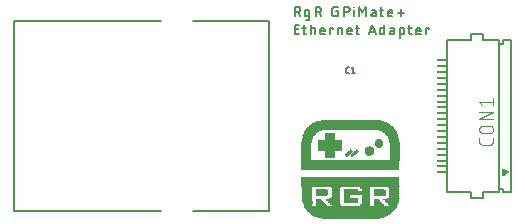
<source format=gto>
G04 EAGLE Gerber RS-274X export*
G75*
%MOMM*%
%FSLAX34Y34*%
%LPD*%
%INTop Silkscreen*%
%IPPOS*%
%AMOC8*
5,1,8,0,0,1.08239X$1,22.5*%
G01*
%ADD10C,0.177800*%
%ADD11C,0.127000*%
%ADD12C,0.203200*%
%ADD13R,0.850000X0.200000*%
%ADD14C,0.101600*%
%ADD15R,4.679694X0.007113*%
%ADD16R,4.829047X0.007109*%
%ADD17R,4.935728X0.007113*%
%ADD18R,5.028184X0.007113*%
%ADD19R,5.106416X0.007113*%
%ADD20R,5.177538X0.007113*%
%ADD21R,5.248656X0.007113*%
%ADD22R,5.305550X0.007109*%
%ADD23R,5.362450X0.007113*%
%ADD24R,5.412231X0.007113*%
%ADD25R,5.462016X0.007113*%
%ADD26R,5.511800X0.007113*%
%ADD27R,5.561584X0.007113*%
%ADD28R,5.604256X0.007109*%
%ADD29R,5.646928X0.007113*%
%ADD30R,5.682488X0.007113*%
%ADD31R,5.718050X0.007113*%
%ADD32R,5.760719X0.007113*%
%ADD33R,5.803394X0.007113*%
%ADD34R,5.831841X0.007109*%
%ADD35R,5.874513X0.007113*%
%ADD36R,5.902959X0.007113*%
%ADD37R,5.931406X0.007113*%
%ADD38R,5.974081X0.007113*%
%ADD39R,6.002528X0.007113*%
%ADD40R,6.030975X0.007113*%
%ADD41R,6.059425X0.007109*%
%ADD42R,6.087872X0.007113*%
%ADD43R,6.116319X0.007113*%
%ADD44R,6.144769X0.007113*%
%ADD45R,6.173216X0.007113*%
%ADD46R,6.201663X0.007113*%
%ADD47R,6.230113X0.007109*%
%ADD48R,6.258559X0.007113*%
%ADD49R,6.279897X0.007113*%
%ADD50R,6.301231X0.007113*%
%ADD51R,6.329681X0.007113*%
%ADD52R,6.358128X0.007113*%
%ADD53R,6.379463X0.007109*%
%ADD54R,6.400800X0.007113*%
%ADD55R,6.429250X0.007113*%
%ADD56R,6.443472X0.007113*%
%ADD57R,6.471919X0.007113*%
%ADD58R,6.493256X0.007113*%
%ADD59R,6.514594X0.007109*%
%ADD60R,6.535928X0.007113*%
%ADD61R,6.557263X0.007113*%
%ADD62R,6.578600X0.007113*%
%ADD63R,6.599938X0.007113*%
%ADD64R,6.614159X0.007113*%
%ADD65R,6.642606X0.007113*%
%ADD66R,6.656831X0.007109*%
%ADD67R,6.678169X0.007113*%
%ADD68R,6.699506X0.007113*%
%ADD69R,6.713728X0.007113*%
%ADD70R,6.735063X0.007113*%
%ADD71R,6.756400X0.007113*%
%ADD72R,6.770625X0.007109*%
%ADD73R,6.784850X0.007113*%
%ADD74R,6.806184X0.007113*%
%ADD75R,6.827519X0.007113*%
%ADD76R,6.841744X0.007113*%
%ADD77R,6.855969X0.007113*%
%ADD78R,6.877303X0.007109*%
%ADD79R,6.898641X0.007113*%
%ADD80R,6.912863X0.007113*%
%ADD81R,6.927088X0.007113*%
%ADD82R,6.941313X0.007113*%
%ADD83R,6.955538X0.007113*%
%ADD84R,6.969759X0.007109*%
%ADD85R,6.991097X0.007113*%
%ADD86R,7.012431X0.007113*%
%ADD87R,7.026656X0.007113*%
%ADD88R,7.040881X0.007113*%
%ADD89R,7.055106X0.007113*%
%ADD90R,7.069328X0.007113*%
%ADD91R,7.083550X0.007109*%
%ADD92R,7.097775X0.007113*%
%ADD93R,7.112000X0.007113*%
%ADD94R,7.126225X0.007113*%
%ADD95R,7.140450X0.007113*%
%ADD96R,7.154672X0.007113*%
%ADD97R,7.168894X0.007109*%
%ADD98R,7.183119X0.007113*%
%ADD99R,7.197344X0.007113*%
%ADD100R,7.211569X0.007113*%
%ADD101R,7.225794X0.007113*%
%ADD102R,7.240016X0.007113*%
%ADD103R,7.254241X0.007109*%
%ADD104R,7.261353X0.007113*%
%ADD105R,7.275575X0.007113*%
%ADD106R,7.282688X0.007113*%
%ADD107R,7.296913X0.007113*%
%ADD108R,7.311138X0.007113*%
%ADD109R,7.325359X0.007109*%
%ADD110R,7.339584X0.007113*%
%ADD111R,7.353806X0.007113*%
%ADD112R,7.360919X0.007113*%
%ADD113R,7.368031X0.007113*%
%ADD114R,7.382256X0.007113*%
%ADD115R,7.396481X0.007113*%
%ADD116R,7.410706X0.007109*%
%ADD117R,7.424928X0.007113*%
%ADD118R,7.432041X0.007113*%
%ADD119R,7.439150X0.007113*%
%ADD120R,7.453375X0.007113*%
%ADD121R,7.467600X0.007113*%
%ADD122R,7.474713X0.007109*%
%ADD123R,7.481825X0.007113*%
%ADD124R,7.496050X0.007113*%
%ADD125R,7.510272X0.007113*%
%ADD126R,7.517384X0.007113*%
%ADD127R,7.524494X0.007113*%
%ADD128R,7.538719X0.007109*%
%ADD129R,7.552944X0.007113*%
%ADD130R,7.560056X0.007113*%
%ADD131R,7.567169X0.007113*%
%ADD132R,7.581394X0.007113*%
%ADD133R,7.588503X0.007113*%
%ADD134R,7.595616X0.007109*%
%ADD135R,7.609841X0.007113*%
%ADD136R,7.616953X0.007113*%
%ADD137R,7.624062X0.007113*%
%ADD138R,7.638288X0.007113*%
%ADD139R,7.645400X0.007113*%
%ADD140R,7.652513X0.007113*%
%ADD141R,7.666737X0.007109*%
%ADD142R,7.673847X0.007113*%
%ADD143R,7.680959X0.007113*%
%ADD144R,7.695184X0.007113*%
%ADD145R,7.709406X0.007113*%
%ADD146R,7.716519X0.007109*%
%ADD147R,7.723631X0.007113*%
%ADD148R,7.737856X0.007113*%
%ADD149R,0.640081X0.007113*%
%ADD150R,0.945894X0.007113*%
%ADD151R,0.817878X0.007113*%
%ADD152R,1.038353X0.007113*%
%ADD153R,0.953006X0.007113*%
%ADD154R,0.412497X0.007113*%
%ADD155R,0.647194X0.007113*%
%ADD156R,0.938784X0.007113*%
%ADD157R,0.768097X0.007113*%
%ADD158R,0.981456X0.007113*%
%ADD159R,0.945897X0.007113*%
%ADD160R,0.426722X0.007113*%
%ADD161R,0.931672X0.007113*%
%ADD162R,0.746759X0.007113*%
%ADD163R,0.953009X0.007113*%
%ADD164R,0.440947X0.007113*%
%ADD165R,0.654306X0.007109*%
%ADD166R,0.924559X0.007109*%
%ADD167R,0.732534X0.007109*%
%ADD168R,0.931672X0.007109*%
%ADD169R,0.448056X0.007109*%
%ADD170R,0.661419X0.007113*%
%ADD171R,0.917447X0.007113*%
%ADD172R,0.718313X0.007113*%
%ADD173R,0.903225X0.007113*%
%ADD174R,0.924559X0.007113*%
%ADD175R,0.462278X0.007113*%
%ADD176R,0.910334X0.007113*%
%ADD177R,0.711200X0.007113*%
%ADD178R,0.889000X0.007113*%
%ADD179R,0.469391X0.007113*%
%ADD180R,0.668528X0.007113*%
%ADD181R,0.903222X0.007113*%
%ADD182R,0.704088X0.007113*%
%ADD183R,0.874778X0.007113*%
%ADD184R,0.483616X0.007113*%
%ADD185R,0.696975X0.007113*%
%ADD186R,0.860553X0.007113*%
%ADD187R,0.490728X0.007113*%
%ADD188R,0.675641X0.007113*%
%ADD189R,0.896113X0.007113*%
%ADD190R,0.689866X0.007113*%
%ADD191R,0.846328X0.007113*%
%ADD192R,0.504953X0.007113*%
%ADD193R,0.675641X0.007109*%
%ADD194R,0.889000X0.007109*%
%ADD195R,0.689866X0.007109*%
%ADD196R,0.839216X0.007109*%
%ADD197R,0.512062X0.007109*%
%ADD198R,0.682753X0.007113*%
%ADD199R,0.881888X0.007113*%
%ADD200R,0.689863X0.007113*%
%ADD201R,0.832106X0.007113*%
%ADD202R,0.526288X0.007113*%
%ADD203R,0.874775X0.007113*%
%ADD204R,0.824994X0.007113*%
%ADD205R,0.547625X0.007113*%
%ADD206R,0.867663X0.007113*%
%ADD207R,0.817881X0.007113*%
%ADD208R,0.554737X0.007113*%
%ADD209R,0.860550X0.007113*%
%ADD210R,0.810769X0.007113*%
%ADD211R,0.568963X0.007113*%
%ADD212R,0.696978X0.007113*%
%ADD213R,0.853438X0.007113*%
%ADD214R,0.803656X0.007113*%
%ADD215R,0.576072X0.007113*%
%ADD216R,0.853441X0.007113*%
%ADD217R,0.590294X0.007113*%
%ADD218R,0.704091X0.007109*%
%ADD219R,0.696975X0.007109*%
%ADD220R,0.796544X0.007109*%
%ADD221R,0.846328X0.007109*%
%ADD222R,0.597406X0.007109*%
%ADD223R,0.704091X0.007113*%
%ADD224R,0.832103X0.007113*%
%ADD225R,0.789431X0.007113*%
%ADD226R,0.839216X0.007113*%
%ADD227R,0.611631X0.007113*%
%ADD228R,0.824991X0.007113*%
%ADD229R,0.618744X0.007113*%
%ADD230R,0.782322X0.007113*%
%ADD231R,0.632969X0.007113*%
%ADD232R,0.810766X0.007113*%
%ADD233R,0.725422X0.007113*%
%ADD234R,0.654303X0.007113*%
%ADD235R,0.725425X0.007109*%
%ADD236R,0.725422X0.007109*%
%ADD237R,0.775209X0.007109*%
%ADD238R,0.803656X0.007109*%
%ADD239R,0.661416X0.007109*%
%ADD240R,0.725425X0.007113*%
%ADD241R,0.796544X0.007113*%
%ADD242R,0.732534X0.007113*%
%ADD243R,0.775209X0.007113*%
%ADD244R,0.732538X0.007113*%
%ADD245R,0.739647X0.007113*%
%ADD246R,0.782319X0.007113*%
%ADD247R,0.739650X0.007113*%
%ADD248R,0.775206X0.007113*%
%ADD249R,0.746762X0.007113*%
%ADD250R,0.768094X0.007113*%
%ADD251R,0.753872X0.007113*%
%ADD252R,0.739650X0.007109*%
%ADD253R,0.760984X0.007109*%
%ADD254R,0.753872X0.007109*%
%ADD255R,0.760984X0.007113*%
%ADD256R,0.753875X0.007113*%
%ADD257R,0.718313X0.007109*%
%ADD258R,0.789431X0.007109*%
%ADD259R,0.682750X0.007113*%
%ADD260R,0.782322X0.007109*%
%ADD261R,0.675638X0.007109*%
%ADD262R,0.746759X0.007109*%
%ADD263R,0.867666X0.007109*%
%ADD264R,0.789434X0.007113*%
%ADD265R,0.661416X0.007113*%
%ADD266R,0.896109X0.007113*%
%ADD267R,0.647191X0.007113*%
%ADD268R,0.796547X0.007113*%
%ADD269R,0.640078X0.007113*%
%ADD270R,1.109472X0.007113*%
%ADD271R,0.796547X0.007109*%
%ADD272R,0.632966X0.007109*%
%ADD273R,1.109472X0.007109*%
%ADD274R,0.640081X0.007109*%
%ADD275R,0.625856X0.007113*%
%ADD276R,0.604519X0.007113*%
%ADD277R,0.967231X0.007113*%
%ADD278R,0.597406X0.007113*%
%ADD279R,0.974344X0.007113*%
%ADD280R,0.810769X0.007109*%
%ADD281R,0.590294X0.007109*%
%ADD282R,0.988569X0.007109*%
%ADD283R,0.590297X0.007113*%
%ADD284R,1.002794X0.007113*%
%ADD285R,0.583184X0.007113*%
%ADD286R,1.009903X0.007113*%
%ADD287R,1.017016X0.007113*%
%ADD288R,0.568959X0.007113*%
%ADD289R,1.024128X0.007113*%
%ADD290R,0.561847X0.007113*%
%ADD291R,0.960119X0.007113*%
%ADD292R,0.824994X0.007109*%
%ADD293R,0.554734X0.007109*%
%ADD294R,0.974344X0.007109*%
%ADD295R,1.045466X0.007109*%
%ADD296R,0.547622X0.007113*%
%ADD297R,0.554734X0.007113*%
%ADD298R,1.052578X0.007113*%
%ADD299R,0.540513X0.007113*%
%ADD300R,0.988569X0.007113*%
%ADD301R,1.066800X0.007113*%
%ADD302R,0.533400X0.007113*%
%ADD303R,0.995678X0.007113*%
%ADD304R,1.073913X0.007113*%
%ADD305R,1.002791X0.007113*%
%ADD306R,1.081025X0.007113*%
%ADD307R,0.519175X0.007113*%
%ADD308R,1.095247X0.007113*%
%ADD309R,0.839219X0.007113*%
%ADD310R,0.512062X0.007113*%
%ADD311R,1.102359X0.007113*%
%ADD312R,0.839219X0.007109*%
%ADD313R,0.504950X0.007109*%
%ADD314R,1.024128X0.007109*%
%ADD315R,0.497838X0.007113*%
%ADD316R,1.031241X0.007113*%
%ADD317R,1.123694X0.007113*%
%ADD318R,1.038350X0.007113*%
%ADD319R,0.497841X0.007113*%
%ADD320R,1.137919X0.007113*%
%ADD321R,1.045462X0.007113*%
%ADD322R,1.145031X0.007113*%
%ADD323R,1.052575X0.007113*%
%ADD324R,1.152144X0.007113*%
%ADD325R,0.476503X0.007113*%
%ADD326R,1.059688X0.007113*%
%ADD327R,1.159256X0.007113*%
%ADD328R,0.469391X0.007109*%
%ADD329R,1.066800X0.007109*%
%ADD330R,1.173481X0.007109*%
%ADD331R,1.081022X0.007113*%
%ADD332R,0.462281X0.007113*%
%ADD333R,1.180591X0.007113*%
%ADD334R,0.455166X0.007113*%
%ADD335R,1.088134X0.007113*%
%ADD336R,0.455169X0.007113*%
%ADD337R,1.187703X0.007113*%
%ADD338R,0.448056X0.007113*%
%ADD339R,1.194816X0.007113*%
%ADD340R,0.440944X0.007113*%
%ADD341R,1.209041X0.007113*%
%ADD342R,0.433831X0.007113*%
%ADD343R,1.216153X0.007113*%
%ADD344R,0.860553X0.007109*%
%ADD345R,0.426719X0.007109*%
%ADD346R,1.116584X0.007109*%
%ADD347R,0.433831X0.007109*%
%ADD348R,1.223266X0.007109*%
%ADD349R,0.419606X0.007113*%
%ADD350R,1.123697X0.007113*%
%ADD351R,0.426719X0.007113*%
%ADD352R,1.230375X0.007113*%
%ADD353R,0.412494X0.007113*%
%ADD354R,1.130806X0.007113*%
%ADD355R,1.244600X0.007113*%
%ADD356R,0.867666X0.007113*%
%ADD357R,0.405384X0.007113*%
%ADD358R,1.258825X0.007113*%
%ADD359R,0.398272X0.007113*%
%ADD360R,1.265938X0.007113*%
%ADD361R,0.391159X0.007113*%
%ADD362R,1.273050X0.007113*%
%ADD363R,0.384047X0.007109*%
%ADD364R,1.159256X0.007109*%
%ADD365R,0.391159X0.007109*%
%ADD366R,1.280159X0.007109*%
%ADD367R,0.384047X0.007113*%
%ADD368R,1.166369X0.007113*%
%ADD369R,1.294384X0.007113*%
%ADD370R,0.376934X0.007113*%
%ADD371R,1.173478X0.007113*%
%ADD372R,1.301497X0.007113*%
%ADD373R,0.369822X0.007113*%
%ADD374R,0.369825X0.007113*%
%ADD375R,1.308609X0.007113*%
%ADD376R,0.362712X0.007113*%
%ADD377R,1.315722X0.007113*%
%ADD378R,0.355600X0.007113*%
%ADD379R,1.201928X0.007113*%
%ADD380R,1.322834X0.007113*%
%ADD381R,0.348488X0.007113*%
%ADD382R,1.329947X0.007113*%
%ADD383R,0.874778X0.007109*%
%ADD384R,0.341375X0.007109*%
%ADD385R,1.216150X0.007109*%
%ADD386R,0.348488X0.007109*%
%ADD387R,1.344166X0.007109*%
%ADD388R,0.881891X0.007113*%
%ADD389R,0.334263X0.007113*%
%ADD390R,1.216150X0.007113*%
%ADD391R,1.351278X0.007113*%
%ADD392R,0.881891X0.007109*%
%ADD393R,0.824991X0.007109*%
%ADD394R,0.967231X0.007109*%
%ADD395R,0.533400X0.007109*%
%ADD396R,0.903222X0.007109*%
%ADD397R,0.896113X0.007109*%
%ADD398R,0.874775X0.007109*%
%ADD399R,0.903225X0.007109*%
%ADD400R,0.704088X0.007109*%
%ADD401R,0.853441X0.007109*%
%ADD402R,0.689863X0.007109*%
%ADD403R,0.682750X0.007109*%
%ADD404R,0.810766X0.007109*%
%ADD405R,0.910338X0.007113*%
%ADD406R,0.910338X0.007109*%
%ADD407R,0.938784X0.007109*%
%ADD408R,0.945897X0.007109*%
%ADD409R,2.197609X0.007113*%
%ADD410R,0.953006X0.007109*%
%ADD411R,2.197609X0.007109*%
%ADD412R,0.960119X0.007109*%
%ADD413R,0.995681X0.007113*%
%ADD414R,0.960122X0.007113*%
%ADD415R,0.682753X0.007109*%
%ADD416R,0.739647X0.007109*%
%ADD417R,0.917450X0.007113*%
%ADD418R,0.832106X0.007109*%
%ADD419R,1.038353X0.007109*%
%ADD420R,1.009906X0.007109*%
%ADD421R,1.237491X0.007113*%
%ADD422R,8.278369X0.007113*%
%ADD423R,8.278369X0.007109*%
%ADD424R,8.264144X0.007113*%
%ADD425R,0.056897X0.007113*%
%ADD426R,0.085344X0.007113*%
%ADD427R,0.099566X0.007113*%
%ADD428R,0.099569X0.007113*%
%ADD429R,0.113791X0.007113*%
%ADD430R,0.113794X0.007113*%
%ADD431R,0.135128X0.007113*%
%ADD432R,0.128016X0.007113*%
%ADD433R,0.149353X0.007109*%
%ADD434R,0.142241X0.007109*%
%ADD435R,0.156463X0.007113*%
%ADD436R,0.170688X0.007113*%
%ADD437R,0.184913X0.007113*%
%ADD438R,0.177800X0.007113*%
%ADD439R,0.192025X0.007113*%
%ADD440R,0.199138X0.007113*%
%ADD441R,0.206250X0.007113*%
%ADD442R,0.206250X0.007109*%
%ADD443R,0.213359X0.007109*%
%ADD444R,0.213363X0.007113*%
%ADD445R,0.220472X0.007113*%
%ADD446R,0.227584X0.007113*%
%ADD447R,0.234697X0.007113*%
%ADD448R,0.241809X0.007113*%
%ADD449R,0.248922X0.007113*%
%ADD450R,0.270256X0.007113*%
%ADD451R,0.298703X0.007113*%
%ADD452R,0.256031X0.007109*%
%ADD453R,0.248919X0.007109*%
%ADD454R,0.327153X0.007109*%
%ADD455R,0.256031X0.007113*%
%ADD456R,0.256034X0.007113*%
%ADD457R,0.462278X0.007109*%
%ADD458R,0.512066X0.007113*%
%ADD459R,0.547622X0.007109*%
%ADD460R,0.597409X0.007113*%
%ADD461R,0.604522X0.007113*%
%ADD462R,0.611631X0.007109*%
%ADD463R,0.668528X0.007109*%
%ADD464R,0.248919X0.007113*%
%ADD465R,0.213359X0.007113*%
%ADD466R,0.206247X0.007113*%
%ADD467R,0.199134X0.007109*%
%ADD468R,0.199138X0.007109*%
%ADD469R,0.163575X0.007113*%
%ADD470R,2.019809X0.007113*%
%ADD471R,0.142238X0.007113*%
%ADD472R,2.019809X0.007109*%
%ADD473R,0.120906X0.007109*%
%ADD474R,0.128016X0.007109*%
%ADD475R,0.711200X0.007109*%
%ADD476R,0.106681X0.007113*%
%ADD477R,0.092456X0.007113*%
%ADD478R,0.078231X0.007113*%
%ADD479R,0.049781X0.007113*%
%ADD480R,0.049784X0.007113*%
%ADD481R,0.654303X0.007109*%
%ADD482R,0.597409X0.007109*%
%ADD483R,0.519178X0.007113*%
%ADD484R,0.284481X0.007113*%
%ADD485R,0.341375X0.007113*%
%ADD486R,0.312928X0.007113*%
%ADD487R,0.320041X0.007113*%
%ADD488R,0.284481X0.007109*%
%ADD489R,0.369825X0.007109*%
%ADD490R,0.391163X0.007113*%
%ADD491R,0.149353X0.007113*%
%ADD492R,0.469394X0.007113*%
%ADD493R,0.497841X0.007109*%
%ADD494R,0.576072X0.007109*%
%ADD495R,0.632969X0.007109*%
%ADD496R,0.654306X0.007113*%
%ADD497R,0.817881X0.007109*%
%ADD498R,0.817878X0.007109*%
%ADD499R,0.675638X0.007113*%
%ADD500R,0.583184X0.007109*%
%ADD501R,0.832103X0.007109*%
%ADD502R,0.561850X0.007113*%
%ADD503R,0.846325X0.007109*%
%ADD504R,0.846325X0.007113*%
%ADD505R,0.476506X0.007113*%
%ADD506R,0.405381X0.007113*%
%ADD507R,0.384050X0.007109*%
%ADD508R,0.298706X0.007113*%
%ADD509R,0.234694X0.007113*%
%ADD510R,0.184913X0.007109*%
%ADD511R,0.910334X0.007109*%
%ADD512R,0.924563X0.007113*%
%ADD513R,0.938781X0.007109*%
%ADD514R,0.953009X0.007109*%
%ADD515R,0.967234X0.007113*%
%ADD516R,0.974347X0.007109*%
%ADD517R,0.981453X0.007113*%
%ADD518R,0.995681X0.007109*%
%ADD519R,1.017016X0.007109*%
%ADD520R,1.045466X0.007113*%
%ADD521R,1.073913X0.007109*%
%ADD522R,1.073909X0.007113*%
%ADD523R,1.088137X0.007113*%
%ADD524R,1.102363X0.007113*%
%ADD525R,1.116584X0.007113*%
%ADD526R,1.137922X0.007113*%
%ADD527R,1.152144X0.007109*%
%ADD528R,1.173481X0.007113*%
%ADD529R,1.201928X0.007109*%
%ADD530R,1.194816X0.007109*%
%ADD531R,1.223266X0.007113*%
%ADD532R,1.230378X0.007113*%
%ADD533R,1.223263X0.007113*%
%ADD534R,1.237488X0.007113*%
%ADD535R,1.251713X0.007113*%
%ADD536R,1.258825X0.007109*%
%ADD537R,1.273047X0.007113*%
%ADD538R,1.280159X0.007113*%
%ADD539R,1.287272X0.007113*%
%ADD540R,1.301494X0.007113*%
%ADD541R,1.315719X0.007113*%
%ADD542R,1.308606X0.007113*%
%ADD543R,1.329944X0.007113*%
%ADD544R,1.322831X0.007113*%
%ADD545R,1.344169X0.007113*%
%ADD546R,1.344166X0.007113*%
%ADD547R,1.365503X0.007109*%
%ADD548R,1.365506X0.007109*%
%ADD549R,1.379728X0.007113*%
%ADD550R,1.401063X0.007113*%
%ADD551R,1.401066X0.007113*%
%ADD552R,1.422400X0.007113*%
%ADD553R,1.429512X0.007113*%
%ADD554R,1.450847X0.007113*%
%ADD555R,1.486406X0.007113*%
%ADD556R,1.479297X0.007113*%
%ADD557R,1.521969X0.007109*%
%ADD558R,1.514856X0.007109*%
%ADD559R,1.571753X0.007113*%
%ADD560R,1.564641X0.007113*%
%ADD561R,7.403594X0.007113*%
%ADD562R,7.353806X0.007109*%
%ADD563R,7.332472X0.007113*%
%ADD564R,7.325359X0.007113*%
%ADD565R,7.282688X0.007109*%
%ADD566R,7.268463X0.007113*%
%ADD567R,7.254241X0.007113*%
%ADD568R,7.218681X0.007113*%
%ADD569R,7.204456X0.007113*%
%ADD570R,7.190231X0.007109*%
%ADD571R,7.176006X0.007113*%
%ADD572R,7.161784X0.007113*%
%ADD573R,7.112000X0.007109*%
%ADD574R,7.090663X0.007113*%
%ADD575R,7.076441X0.007113*%
%ADD576R,7.062216X0.007113*%
%ADD577R,7.047994X0.007113*%
%ADD578R,7.012431X0.007109*%
%ADD579R,6.998206X0.007113*%
%ADD580R,6.983984X0.007113*%
%ADD581R,6.969759X0.007113*%
%ADD582R,6.919975X0.007109*%
%ADD583R,6.905753X0.007113*%
%ADD584R,6.884416X0.007113*%
%ADD585R,6.870194X0.007113*%
%ADD586R,6.820406X0.007113*%
%ADD587R,6.799072X0.007109*%
%ADD588R,6.770625X0.007113*%
%ADD589R,6.742175X0.007113*%
%ADD590R,6.727950X0.007113*%
%ADD591R,6.685281X0.007109*%
%ADD592R,6.671056X0.007113*%
%ADD593R,6.656831X0.007113*%
%ADD594R,6.628384X0.007113*%
%ADD595R,6.585713X0.007113*%
%ADD596R,6.571487X0.007109*%
%ADD597R,6.550153X0.007113*%
%ADD598R,6.528816X0.007113*%
%ADD599R,6.507481X0.007113*%
%ADD600R,6.486144X0.007113*%
%ADD601R,6.457694X0.007113*%
%ADD602R,6.443472X0.007109*%
%ADD603R,6.415025X0.007113*%
%ADD604R,6.393688X0.007113*%
%ADD605R,6.372350X0.007113*%
%ADD606R,6.343906X0.007113*%
%ADD607R,6.322569X0.007113*%
%ADD608R,6.272784X0.007109*%
%ADD609R,6.244338X0.007113*%
%ADD610R,6.215888X0.007113*%
%ADD611R,6.187441X0.007113*%
%ADD612R,6.166103X0.007113*%
%ADD613R,6.137656X0.007113*%
%ADD614R,6.109206X0.007109*%
%ADD615R,6.080759X0.007113*%
%ADD616R,6.045200X0.007113*%
%ADD617R,6.016750X0.007113*%
%ADD618R,5.988306X0.007113*%
%ADD619R,5.959856X0.007113*%
%ADD620R,5.924297X0.007109*%
%ADD621R,5.888738X0.007113*%
%ADD622R,5.860288X0.007113*%
%ADD623R,5.817616X0.007113*%
%ADD624R,5.789169X0.007113*%
%ADD625R,5.746494X0.007113*%
%ADD626R,5.710938X0.007109*%
%ADD627R,5.675375X0.007113*%
%ADD628R,5.632706X0.007113*%
%ADD629R,5.590031X0.007113*%
%ADD630R,5.540247X0.007113*%
%ADD631R,5.490463X0.007113*%
%ADD632R,5.447794X0.007113*%
%ADD633R,5.390894X0.007109*%
%ADD634R,5.341113X0.007113*%
%ADD635R,5.284216X0.007113*%
%ADD636R,5.220206X0.007113*%
%ADD637R,5.156200X0.007113*%
%ADD638R,5.077969X0.007113*%
%ADD639R,4.999738X0.007109*%
%ADD640R,4.907281X0.007113*%
%ADD641R,4.786375X0.007113*%
%ADD642R,4.608575X0.007113*%

G36*
X395425Y51094D02*
X395425Y51094D01*
X395433Y51094D01*
X395484Y51109D01*
X395691Y51163D01*
X395724Y51183D01*
X395754Y51192D01*
X399754Y53192D01*
X399836Y53249D01*
X399923Y53298D01*
X399953Y53329D01*
X399988Y53353D01*
X400051Y53431D01*
X400121Y53502D01*
X400141Y53540D01*
X400168Y53573D01*
X400207Y53665D01*
X400254Y53753D01*
X400263Y53795D01*
X400280Y53835D01*
X400292Y53934D01*
X400313Y54031D01*
X400310Y54074D01*
X400315Y54117D01*
X400300Y54215D01*
X400292Y54315D01*
X400277Y54355D01*
X400271Y54398D01*
X400228Y54488D01*
X400194Y54581D01*
X400168Y54616D01*
X400150Y54655D01*
X400084Y54730D01*
X400025Y54810D01*
X399994Y54833D01*
X399963Y54869D01*
X399830Y54954D01*
X399823Y54961D01*
X399809Y54968D01*
X399754Y55008D01*
X395754Y57008D01*
X395746Y57011D01*
X395739Y57016D01*
X395611Y57056D01*
X395484Y57098D01*
X395476Y57099D01*
X395468Y57101D01*
X395333Y57105D01*
X395200Y57110D01*
X395192Y57108D01*
X395184Y57109D01*
X395054Y57075D01*
X394924Y57043D01*
X394917Y57039D01*
X394909Y57037D01*
X394794Y56969D01*
X394677Y56902D01*
X394672Y56896D01*
X394664Y56892D01*
X394572Y56794D01*
X394480Y56698D01*
X394476Y56690D01*
X394470Y56684D01*
X394409Y56565D01*
X394346Y56447D01*
X394344Y56439D01*
X394340Y56431D01*
X394332Y56379D01*
X394287Y56169D01*
X394290Y56131D01*
X394285Y56100D01*
X394285Y52100D01*
X394286Y52092D01*
X394285Y52083D01*
X394306Y51951D01*
X394325Y51819D01*
X394328Y51811D01*
X394329Y51802D01*
X394386Y51681D01*
X394441Y51559D01*
X394446Y51553D01*
X394450Y51545D01*
X394538Y51444D01*
X394625Y51342D01*
X394632Y51337D01*
X394637Y51331D01*
X394750Y51259D01*
X394861Y51185D01*
X394869Y51182D01*
X394876Y51177D01*
X395005Y51139D01*
X395132Y51099D01*
X395141Y51099D01*
X395149Y51096D01*
X395283Y51095D01*
X395416Y51091D01*
X395425Y51094D01*
G37*
D10*
X218889Y186129D02*
X218889Y194511D01*
X221217Y194511D01*
X221312Y194509D01*
X221407Y194503D01*
X221501Y194494D01*
X221595Y194480D01*
X221689Y194463D01*
X221781Y194442D01*
X221873Y194417D01*
X221963Y194388D01*
X222053Y194356D01*
X222141Y194320D01*
X222227Y194280D01*
X222312Y194238D01*
X222395Y194191D01*
X222476Y194141D01*
X222554Y194088D01*
X222631Y194032D01*
X222705Y193973D01*
X222777Y193911D01*
X222846Y193846D01*
X222913Y193778D01*
X222976Y193708D01*
X223037Y193634D01*
X223095Y193559D01*
X223149Y193481D01*
X223201Y193401D01*
X223249Y193319D01*
X223293Y193236D01*
X223335Y193150D01*
X223372Y193063D01*
X223406Y192974D01*
X223437Y192884D01*
X223464Y192793D01*
X223487Y192701D01*
X223506Y192608D01*
X223521Y192514D01*
X223533Y192420D01*
X223541Y192325D01*
X223545Y192230D01*
X223545Y192136D01*
X223541Y192041D01*
X223533Y191946D01*
X223521Y191852D01*
X223506Y191758D01*
X223487Y191665D01*
X223464Y191573D01*
X223437Y191482D01*
X223406Y191392D01*
X223372Y191303D01*
X223335Y191216D01*
X223293Y191130D01*
X223249Y191047D01*
X223201Y190965D01*
X223149Y190885D01*
X223095Y190807D01*
X223037Y190732D01*
X222976Y190658D01*
X222913Y190588D01*
X222846Y190520D01*
X222777Y190455D01*
X222705Y190393D01*
X222631Y190334D01*
X222554Y190278D01*
X222476Y190225D01*
X222395Y190175D01*
X222312Y190128D01*
X222227Y190086D01*
X222141Y190046D01*
X222053Y190010D01*
X221963Y189978D01*
X221873Y189949D01*
X221781Y189924D01*
X221689Y189903D01*
X221595Y189886D01*
X221501Y189872D01*
X221407Y189863D01*
X221312Y189857D01*
X221217Y189855D01*
X221217Y189854D02*
X218889Y189854D01*
X221683Y189854D02*
X223546Y186129D01*
X229117Y186129D02*
X231445Y186129D01*
X229117Y186129D02*
X229044Y186131D01*
X228971Y186137D01*
X228898Y186146D01*
X228827Y186160D01*
X228755Y186177D01*
X228685Y186197D01*
X228616Y186222D01*
X228549Y186250D01*
X228483Y186281D01*
X228419Y186316D01*
X228356Y186354D01*
X228296Y186396D01*
X228238Y186440D01*
X228182Y186488D01*
X228129Y186538D01*
X228079Y186591D01*
X228031Y186647D01*
X227987Y186705D01*
X227945Y186765D01*
X227907Y186828D01*
X227872Y186892D01*
X227841Y186958D01*
X227813Y187025D01*
X227788Y187094D01*
X227768Y187164D01*
X227751Y187236D01*
X227737Y187307D01*
X227728Y187380D01*
X227722Y187453D01*
X227720Y187526D01*
X227720Y190320D01*
X227722Y190393D01*
X227728Y190466D01*
X227737Y190539D01*
X227751Y190610D01*
X227768Y190682D01*
X227788Y190752D01*
X227813Y190821D01*
X227841Y190888D01*
X227872Y190954D01*
X227907Y191019D01*
X227945Y191081D01*
X227987Y191141D01*
X228031Y191199D01*
X228079Y191255D01*
X228129Y191308D01*
X228182Y191358D01*
X228238Y191406D01*
X228296Y191450D01*
X228356Y191492D01*
X228419Y191530D01*
X228483Y191565D01*
X228549Y191596D01*
X228616Y191624D01*
X228685Y191649D01*
X228755Y191669D01*
X228827Y191686D01*
X228898Y191700D01*
X228971Y191709D01*
X229044Y191715D01*
X229117Y191717D01*
X231445Y191717D01*
X231445Y184732D01*
X231443Y184659D01*
X231437Y184586D01*
X231428Y184513D01*
X231414Y184442D01*
X231397Y184370D01*
X231377Y184300D01*
X231352Y184231D01*
X231324Y184164D01*
X231293Y184098D01*
X231258Y184034D01*
X231220Y183971D01*
X231178Y183911D01*
X231134Y183853D01*
X231086Y183797D01*
X231036Y183744D01*
X230983Y183694D01*
X230927Y183646D01*
X230869Y183602D01*
X230809Y183560D01*
X230747Y183522D01*
X230682Y183487D01*
X230616Y183456D01*
X230549Y183428D01*
X230480Y183403D01*
X230410Y183383D01*
X230338Y183366D01*
X230267Y183352D01*
X230194Y183343D01*
X230121Y183337D01*
X230048Y183335D01*
X228186Y183335D01*
X236567Y186129D02*
X236567Y194511D01*
X238896Y194511D01*
X238991Y194509D01*
X239086Y194503D01*
X239180Y194494D01*
X239274Y194480D01*
X239368Y194463D01*
X239460Y194442D01*
X239552Y194417D01*
X239642Y194388D01*
X239732Y194356D01*
X239820Y194320D01*
X239906Y194280D01*
X239991Y194238D01*
X240074Y194191D01*
X240155Y194141D01*
X240233Y194088D01*
X240310Y194032D01*
X240384Y193973D01*
X240456Y193911D01*
X240525Y193846D01*
X240592Y193778D01*
X240655Y193708D01*
X240716Y193634D01*
X240774Y193559D01*
X240828Y193481D01*
X240880Y193401D01*
X240928Y193319D01*
X240972Y193236D01*
X241014Y193150D01*
X241051Y193063D01*
X241085Y192974D01*
X241116Y192884D01*
X241143Y192793D01*
X241166Y192701D01*
X241185Y192608D01*
X241200Y192514D01*
X241212Y192420D01*
X241220Y192325D01*
X241224Y192230D01*
X241224Y192136D01*
X241220Y192041D01*
X241212Y191946D01*
X241200Y191852D01*
X241185Y191758D01*
X241166Y191665D01*
X241143Y191573D01*
X241116Y191482D01*
X241085Y191392D01*
X241051Y191303D01*
X241014Y191216D01*
X240972Y191130D01*
X240928Y191047D01*
X240880Y190965D01*
X240828Y190885D01*
X240774Y190807D01*
X240716Y190732D01*
X240655Y190658D01*
X240592Y190588D01*
X240525Y190520D01*
X240456Y190455D01*
X240384Y190393D01*
X240310Y190334D01*
X240233Y190278D01*
X240155Y190225D01*
X240074Y190175D01*
X239991Y190128D01*
X239906Y190086D01*
X239820Y190046D01*
X239732Y190010D01*
X239642Y189978D01*
X239552Y189949D01*
X239460Y189924D01*
X239368Y189903D01*
X239274Y189886D01*
X239180Y189872D01*
X239086Y189863D01*
X238991Y189857D01*
X238896Y189855D01*
X238896Y189854D02*
X236567Y189854D01*
X239361Y189854D02*
X241224Y186129D01*
X254059Y190786D02*
X255456Y190786D01*
X255456Y186129D01*
X252662Y186129D01*
X252578Y186131D01*
X252495Y186136D01*
X252412Y186146D01*
X252329Y186159D01*
X252247Y186176D01*
X252166Y186196D01*
X252086Y186220D01*
X252007Y186248D01*
X251930Y186279D01*
X251854Y186313D01*
X251779Y186351D01*
X251706Y186393D01*
X251636Y186437D01*
X251567Y186485D01*
X251500Y186535D01*
X251436Y186589D01*
X251375Y186645D01*
X251315Y186705D01*
X251259Y186766D01*
X251205Y186830D01*
X251155Y186897D01*
X251107Y186966D01*
X251063Y187036D01*
X251021Y187109D01*
X250983Y187184D01*
X250949Y187260D01*
X250918Y187337D01*
X250890Y187416D01*
X250866Y187496D01*
X250846Y187577D01*
X250829Y187659D01*
X250816Y187742D01*
X250806Y187825D01*
X250801Y187908D01*
X250799Y187992D01*
X250799Y192648D01*
X250801Y192734D01*
X250807Y192820D01*
X250817Y192905D01*
X250831Y192990D01*
X250848Y193075D01*
X250870Y193158D01*
X250896Y193240D01*
X250925Y193321D01*
X250958Y193400D01*
X250994Y193478D01*
X251034Y193555D01*
X251078Y193629D01*
X251125Y193701D01*
X251175Y193771D01*
X251229Y193838D01*
X251285Y193903D01*
X251345Y193965D01*
X251407Y194025D01*
X251472Y194081D01*
X251539Y194135D01*
X251609Y194185D01*
X251681Y194232D01*
X251755Y194276D01*
X251832Y194316D01*
X251909Y194352D01*
X251989Y194385D01*
X252070Y194414D01*
X252152Y194440D01*
X252235Y194462D01*
X252320Y194479D01*
X252405Y194493D01*
X252490Y194503D01*
X252576Y194509D01*
X252662Y194511D01*
X255456Y194511D01*
X260768Y194511D02*
X260768Y186129D01*
X260768Y194511D02*
X263097Y194511D01*
X263192Y194509D01*
X263287Y194503D01*
X263381Y194494D01*
X263475Y194480D01*
X263569Y194463D01*
X263661Y194442D01*
X263753Y194417D01*
X263843Y194388D01*
X263933Y194356D01*
X264021Y194320D01*
X264107Y194280D01*
X264192Y194238D01*
X264275Y194191D01*
X264356Y194141D01*
X264434Y194088D01*
X264511Y194032D01*
X264585Y193973D01*
X264657Y193911D01*
X264726Y193846D01*
X264793Y193778D01*
X264856Y193708D01*
X264917Y193634D01*
X264975Y193559D01*
X265029Y193481D01*
X265081Y193401D01*
X265129Y193319D01*
X265173Y193236D01*
X265215Y193150D01*
X265252Y193063D01*
X265286Y192974D01*
X265317Y192884D01*
X265344Y192793D01*
X265367Y192701D01*
X265386Y192608D01*
X265401Y192514D01*
X265413Y192420D01*
X265421Y192325D01*
X265425Y192230D01*
X265425Y192136D01*
X265421Y192041D01*
X265413Y191946D01*
X265401Y191852D01*
X265386Y191758D01*
X265367Y191665D01*
X265344Y191573D01*
X265317Y191482D01*
X265286Y191392D01*
X265252Y191303D01*
X265215Y191216D01*
X265173Y191130D01*
X265129Y191047D01*
X265081Y190965D01*
X265029Y190885D01*
X264975Y190807D01*
X264917Y190732D01*
X264856Y190658D01*
X264793Y190588D01*
X264726Y190520D01*
X264657Y190455D01*
X264585Y190393D01*
X264511Y190334D01*
X264434Y190278D01*
X264356Y190225D01*
X264275Y190175D01*
X264192Y190128D01*
X264107Y190086D01*
X264021Y190046D01*
X263933Y190010D01*
X263843Y189978D01*
X263753Y189949D01*
X263661Y189924D01*
X263569Y189903D01*
X263475Y189886D01*
X263381Y189872D01*
X263287Y189863D01*
X263192Y189857D01*
X263097Y189855D01*
X263097Y189854D02*
X260768Y189854D01*
X268977Y191717D02*
X268977Y186129D01*
X268744Y194045D02*
X268744Y194511D01*
X269210Y194511D01*
X269210Y194045D01*
X268744Y194045D01*
X273498Y194511D02*
X273498Y186129D01*
X276292Y189854D02*
X273498Y194511D01*
X276292Y189854D02*
X279086Y194511D01*
X279086Y186129D01*
X285433Y189389D02*
X287528Y189389D01*
X285433Y189389D02*
X285353Y189387D01*
X285273Y189381D01*
X285194Y189371D01*
X285115Y189358D01*
X285037Y189340D01*
X284960Y189319D01*
X284884Y189294D01*
X284809Y189265D01*
X284736Y189233D01*
X284665Y189197D01*
X284595Y189157D01*
X284527Y189114D01*
X284462Y189068D01*
X284399Y189019D01*
X284338Y188967D01*
X284280Y188912D01*
X284225Y188854D01*
X284173Y188793D01*
X284124Y188730D01*
X284078Y188665D01*
X284035Y188597D01*
X283995Y188527D01*
X283959Y188456D01*
X283927Y188383D01*
X283898Y188308D01*
X283873Y188232D01*
X283852Y188155D01*
X283834Y188077D01*
X283821Y187998D01*
X283811Y187919D01*
X283805Y187839D01*
X283803Y187759D01*
X283805Y187679D01*
X283811Y187599D01*
X283821Y187520D01*
X283834Y187441D01*
X283852Y187363D01*
X283873Y187286D01*
X283898Y187210D01*
X283927Y187135D01*
X283959Y187062D01*
X283995Y186991D01*
X284035Y186921D01*
X284078Y186853D01*
X284124Y186788D01*
X284173Y186725D01*
X284225Y186664D01*
X284280Y186606D01*
X284338Y186551D01*
X284399Y186499D01*
X284462Y186450D01*
X284527Y186404D01*
X284595Y186361D01*
X284665Y186321D01*
X284736Y186285D01*
X284809Y186253D01*
X284884Y186224D01*
X284960Y186199D01*
X285037Y186178D01*
X285115Y186160D01*
X285194Y186147D01*
X285273Y186137D01*
X285353Y186131D01*
X285433Y186129D01*
X287528Y186129D01*
X287528Y190320D01*
X287526Y190393D01*
X287520Y190466D01*
X287511Y190539D01*
X287497Y190610D01*
X287480Y190682D01*
X287460Y190752D01*
X287435Y190821D01*
X287407Y190888D01*
X287376Y190954D01*
X287341Y191019D01*
X287303Y191081D01*
X287261Y191141D01*
X287217Y191199D01*
X287169Y191255D01*
X287119Y191308D01*
X287066Y191358D01*
X287010Y191406D01*
X286952Y191450D01*
X286892Y191492D01*
X286830Y191530D01*
X286765Y191565D01*
X286699Y191596D01*
X286632Y191624D01*
X286563Y191649D01*
X286493Y191669D01*
X286421Y191686D01*
X286350Y191700D01*
X286277Y191709D01*
X286204Y191715D01*
X286131Y191717D01*
X284269Y191717D01*
X291236Y191717D02*
X294030Y191717D01*
X292168Y194511D02*
X292168Y187526D01*
X292170Y187453D01*
X292176Y187380D01*
X292185Y187307D01*
X292199Y187236D01*
X292216Y187164D01*
X292236Y187094D01*
X292261Y187025D01*
X292289Y186958D01*
X292320Y186892D01*
X292355Y186828D01*
X292393Y186765D01*
X292435Y186705D01*
X292479Y186647D01*
X292527Y186591D01*
X292577Y186538D01*
X292630Y186488D01*
X292686Y186440D01*
X292744Y186396D01*
X292804Y186354D01*
X292867Y186316D01*
X292931Y186281D01*
X292997Y186250D01*
X293064Y186222D01*
X293133Y186197D01*
X293203Y186177D01*
X293275Y186160D01*
X293346Y186146D01*
X293419Y186137D01*
X293492Y186131D01*
X293565Y186129D01*
X294030Y186129D01*
X299296Y186129D02*
X301624Y186129D01*
X299296Y186129D02*
X299223Y186131D01*
X299150Y186137D01*
X299077Y186146D01*
X299006Y186160D01*
X298934Y186177D01*
X298864Y186197D01*
X298795Y186222D01*
X298728Y186250D01*
X298662Y186281D01*
X298598Y186316D01*
X298535Y186354D01*
X298475Y186396D01*
X298417Y186440D01*
X298361Y186488D01*
X298308Y186538D01*
X298258Y186591D01*
X298210Y186647D01*
X298166Y186705D01*
X298124Y186765D01*
X298086Y186828D01*
X298051Y186892D01*
X298020Y186958D01*
X297992Y187025D01*
X297967Y187094D01*
X297947Y187164D01*
X297930Y187236D01*
X297916Y187307D01*
X297907Y187380D01*
X297901Y187453D01*
X297899Y187526D01*
X297899Y189854D01*
X297901Y189939D01*
X297907Y190023D01*
X297916Y190108D01*
X297930Y190191D01*
X297947Y190274D01*
X297968Y190357D01*
X297993Y190438D01*
X298021Y190518D01*
X298053Y190596D01*
X298089Y190673D01*
X298128Y190749D01*
X298170Y190822D01*
X298216Y190893D01*
X298265Y190963D01*
X298317Y191030D01*
X298372Y191094D01*
X298430Y191156D01*
X298490Y191216D01*
X298554Y191272D01*
X298619Y191326D01*
X298688Y191376D01*
X298758Y191423D01*
X298831Y191467D01*
X298905Y191508D01*
X298981Y191545D01*
X299059Y191579D01*
X299138Y191609D01*
X299219Y191636D01*
X299300Y191659D01*
X299383Y191678D01*
X299466Y191693D01*
X299550Y191705D01*
X299635Y191713D01*
X299720Y191717D01*
X299804Y191717D01*
X299889Y191713D01*
X299974Y191705D01*
X300058Y191693D01*
X300141Y191678D01*
X300224Y191659D01*
X300305Y191636D01*
X300386Y191609D01*
X300465Y191579D01*
X300543Y191545D01*
X300619Y191508D01*
X300694Y191467D01*
X300766Y191423D01*
X300836Y191376D01*
X300905Y191326D01*
X300970Y191272D01*
X301034Y191216D01*
X301094Y191156D01*
X301152Y191094D01*
X301207Y191030D01*
X301259Y190963D01*
X301308Y190893D01*
X301354Y190822D01*
X301396Y190749D01*
X301435Y190673D01*
X301471Y190596D01*
X301503Y190518D01*
X301531Y190438D01*
X301556Y190357D01*
X301577Y190274D01*
X301594Y190191D01*
X301608Y190108D01*
X301617Y190023D01*
X301623Y189939D01*
X301625Y189854D01*
X301624Y189854D02*
X301624Y188923D01*
X297899Y188923D01*
X306111Y189389D02*
X311699Y189389D01*
X308905Y186595D02*
X308905Y192183D01*
X222614Y170889D02*
X218889Y170889D01*
X218889Y179271D01*
X222614Y179271D01*
X221683Y175546D02*
X218889Y175546D01*
X225465Y176477D02*
X228259Y176477D01*
X226396Y179271D02*
X226396Y172286D01*
X226398Y172213D01*
X226404Y172140D01*
X226413Y172067D01*
X226427Y171996D01*
X226444Y171924D01*
X226464Y171854D01*
X226489Y171785D01*
X226517Y171718D01*
X226548Y171652D01*
X226583Y171588D01*
X226621Y171525D01*
X226663Y171465D01*
X226707Y171407D01*
X226755Y171351D01*
X226805Y171298D01*
X226858Y171248D01*
X226914Y171200D01*
X226972Y171156D01*
X227032Y171114D01*
X227095Y171076D01*
X227159Y171041D01*
X227225Y171010D01*
X227292Y170982D01*
X227361Y170957D01*
X227431Y170937D01*
X227503Y170920D01*
X227574Y170906D01*
X227647Y170897D01*
X227720Y170891D01*
X227793Y170889D01*
X228259Y170889D01*
X232432Y170889D02*
X232432Y179271D01*
X232432Y176477D02*
X234761Y176477D01*
X234834Y176475D01*
X234907Y176469D01*
X234980Y176460D01*
X235051Y176446D01*
X235123Y176429D01*
X235193Y176409D01*
X235262Y176384D01*
X235329Y176356D01*
X235395Y176325D01*
X235460Y176290D01*
X235522Y176252D01*
X235582Y176210D01*
X235640Y176166D01*
X235696Y176118D01*
X235749Y176068D01*
X235799Y176015D01*
X235847Y175959D01*
X235891Y175901D01*
X235933Y175841D01*
X235971Y175779D01*
X236006Y175714D01*
X236037Y175648D01*
X236065Y175581D01*
X236090Y175512D01*
X236110Y175442D01*
X236127Y175370D01*
X236141Y175299D01*
X236150Y175226D01*
X236156Y175153D01*
X236158Y175080D01*
X236158Y170889D01*
X242059Y170889D02*
X244387Y170889D01*
X242059Y170889D02*
X241986Y170891D01*
X241913Y170897D01*
X241840Y170906D01*
X241769Y170920D01*
X241697Y170937D01*
X241627Y170957D01*
X241558Y170982D01*
X241491Y171010D01*
X241425Y171041D01*
X241361Y171076D01*
X241298Y171114D01*
X241238Y171156D01*
X241180Y171200D01*
X241124Y171248D01*
X241071Y171298D01*
X241021Y171351D01*
X240973Y171407D01*
X240929Y171465D01*
X240887Y171525D01*
X240849Y171588D01*
X240814Y171652D01*
X240783Y171718D01*
X240755Y171785D01*
X240730Y171854D01*
X240710Y171924D01*
X240693Y171996D01*
X240679Y172067D01*
X240670Y172140D01*
X240664Y172213D01*
X240662Y172286D01*
X240662Y174614D01*
X240661Y174614D02*
X240663Y174699D01*
X240669Y174783D01*
X240678Y174868D01*
X240692Y174951D01*
X240709Y175034D01*
X240730Y175117D01*
X240755Y175198D01*
X240783Y175278D01*
X240815Y175356D01*
X240851Y175433D01*
X240890Y175509D01*
X240932Y175582D01*
X240978Y175653D01*
X241027Y175723D01*
X241079Y175790D01*
X241134Y175854D01*
X241192Y175916D01*
X241252Y175976D01*
X241316Y176032D01*
X241381Y176086D01*
X241450Y176136D01*
X241520Y176183D01*
X241593Y176227D01*
X241667Y176268D01*
X241743Y176305D01*
X241821Y176339D01*
X241900Y176369D01*
X241981Y176396D01*
X242062Y176419D01*
X242145Y176438D01*
X242228Y176453D01*
X242312Y176465D01*
X242397Y176473D01*
X242482Y176477D01*
X242566Y176477D01*
X242651Y176473D01*
X242736Y176465D01*
X242820Y176453D01*
X242903Y176438D01*
X242986Y176419D01*
X243067Y176396D01*
X243148Y176369D01*
X243227Y176339D01*
X243305Y176305D01*
X243381Y176268D01*
X243456Y176227D01*
X243528Y176183D01*
X243598Y176136D01*
X243667Y176086D01*
X243732Y176032D01*
X243796Y175976D01*
X243856Y175916D01*
X243914Y175854D01*
X243969Y175790D01*
X244021Y175723D01*
X244070Y175653D01*
X244116Y175582D01*
X244158Y175509D01*
X244197Y175433D01*
X244233Y175356D01*
X244265Y175278D01*
X244293Y175198D01*
X244318Y175117D01*
X244339Y175034D01*
X244356Y174951D01*
X244370Y174868D01*
X244379Y174783D01*
X244385Y174699D01*
X244387Y174614D01*
X244387Y173683D01*
X240662Y173683D01*
X248976Y170889D02*
X248976Y176477D01*
X251770Y176477D01*
X251770Y175546D01*
X255292Y176477D02*
X255292Y170889D01*
X255292Y176477D02*
X257620Y176477D01*
X257693Y176475D01*
X257766Y176469D01*
X257839Y176460D01*
X257910Y176446D01*
X257982Y176429D01*
X258052Y176409D01*
X258121Y176384D01*
X258188Y176356D01*
X258254Y176325D01*
X258319Y176290D01*
X258381Y176252D01*
X258441Y176210D01*
X258499Y176166D01*
X258555Y176118D01*
X258608Y176068D01*
X258658Y176015D01*
X258706Y175959D01*
X258750Y175901D01*
X258792Y175841D01*
X258830Y175779D01*
X258865Y175714D01*
X258896Y175648D01*
X258924Y175581D01*
X258949Y175512D01*
X258969Y175442D01*
X258986Y175370D01*
X259000Y175299D01*
X259009Y175226D01*
X259015Y175153D01*
X259017Y175080D01*
X259017Y170889D01*
X264919Y170889D02*
X267247Y170889D01*
X264919Y170889D02*
X264846Y170891D01*
X264773Y170897D01*
X264700Y170906D01*
X264629Y170920D01*
X264557Y170937D01*
X264487Y170957D01*
X264418Y170982D01*
X264351Y171010D01*
X264285Y171041D01*
X264221Y171076D01*
X264158Y171114D01*
X264098Y171156D01*
X264040Y171200D01*
X263984Y171248D01*
X263931Y171298D01*
X263881Y171351D01*
X263833Y171407D01*
X263789Y171465D01*
X263747Y171525D01*
X263709Y171588D01*
X263674Y171652D01*
X263643Y171718D01*
X263615Y171785D01*
X263590Y171854D01*
X263570Y171924D01*
X263553Y171996D01*
X263539Y172067D01*
X263530Y172140D01*
X263524Y172213D01*
X263522Y172286D01*
X263522Y174614D01*
X263521Y174614D02*
X263523Y174699D01*
X263529Y174783D01*
X263538Y174868D01*
X263552Y174951D01*
X263569Y175034D01*
X263590Y175117D01*
X263615Y175198D01*
X263643Y175278D01*
X263675Y175356D01*
X263711Y175433D01*
X263750Y175509D01*
X263792Y175582D01*
X263838Y175653D01*
X263887Y175723D01*
X263939Y175790D01*
X263994Y175854D01*
X264052Y175916D01*
X264112Y175976D01*
X264176Y176032D01*
X264241Y176086D01*
X264310Y176136D01*
X264380Y176183D01*
X264453Y176227D01*
X264527Y176268D01*
X264603Y176305D01*
X264681Y176339D01*
X264760Y176369D01*
X264841Y176396D01*
X264922Y176419D01*
X265005Y176438D01*
X265088Y176453D01*
X265172Y176465D01*
X265257Y176473D01*
X265342Y176477D01*
X265426Y176477D01*
X265511Y176473D01*
X265596Y176465D01*
X265680Y176453D01*
X265763Y176438D01*
X265846Y176419D01*
X265927Y176396D01*
X266008Y176369D01*
X266087Y176339D01*
X266165Y176305D01*
X266241Y176268D01*
X266316Y176227D01*
X266388Y176183D01*
X266458Y176136D01*
X266527Y176086D01*
X266592Y176032D01*
X266656Y175976D01*
X266716Y175916D01*
X266774Y175854D01*
X266829Y175790D01*
X266881Y175723D01*
X266930Y175653D01*
X266976Y175582D01*
X267018Y175509D01*
X267057Y175433D01*
X267093Y175356D01*
X267125Y175278D01*
X267153Y175198D01*
X267178Y175117D01*
X267199Y175034D01*
X267216Y174951D01*
X267230Y174868D01*
X267239Y174783D01*
X267245Y174699D01*
X267247Y174614D01*
X267247Y173683D01*
X263522Y173683D01*
X270575Y176477D02*
X273369Y176477D01*
X271506Y179271D02*
X271506Y172286D01*
X271508Y172213D01*
X271514Y172140D01*
X271523Y172067D01*
X271537Y171996D01*
X271554Y171924D01*
X271574Y171854D01*
X271599Y171785D01*
X271627Y171718D01*
X271658Y171652D01*
X271693Y171588D01*
X271731Y171525D01*
X271773Y171465D01*
X271817Y171407D01*
X271865Y171351D01*
X271915Y171298D01*
X271968Y171248D01*
X272024Y171200D01*
X272082Y171156D01*
X272142Y171114D01*
X272205Y171076D01*
X272269Y171041D01*
X272335Y171010D01*
X272402Y170982D01*
X272471Y170957D01*
X272541Y170937D01*
X272613Y170920D01*
X272684Y170906D01*
X272757Y170897D01*
X272830Y170891D01*
X272903Y170889D01*
X273369Y170889D01*
X281793Y170889D02*
X284587Y179271D01*
X287381Y170889D01*
X286682Y172985D02*
X282491Y172985D01*
X294908Y170889D02*
X294908Y179271D01*
X294908Y170889D02*
X292580Y170889D01*
X292507Y170891D01*
X292434Y170897D01*
X292361Y170906D01*
X292290Y170920D01*
X292218Y170937D01*
X292148Y170957D01*
X292079Y170982D01*
X292012Y171010D01*
X291946Y171041D01*
X291882Y171076D01*
X291819Y171114D01*
X291759Y171156D01*
X291701Y171200D01*
X291645Y171248D01*
X291592Y171298D01*
X291542Y171351D01*
X291494Y171407D01*
X291450Y171465D01*
X291408Y171525D01*
X291370Y171588D01*
X291335Y171652D01*
X291304Y171718D01*
X291276Y171785D01*
X291251Y171854D01*
X291231Y171924D01*
X291214Y171996D01*
X291200Y172067D01*
X291191Y172140D01*
X291185Y172213D01*
X291183Y172286D01*
X291183Y175080D01*
X291185Y175153D01*
X291191Y175226D01*
X291200Y175299D01*
X291214Y175370D01*
X291231Y175442D01*
X291251Y175512D01*
X291276Y175581D01*
X291304Y175648D01*
X291335Y175714D01*
X291370Y175779D01*
X291408Y175841D01*
X291450Y175901D01*
X291494Y175959D01*
X291542Y176015D01*
X291592Y176068D01*
X291645Y176118D01*
X291701Y176166D01*
X291759Y176210D01*
X291819Y176252D01*
X291882Y176290D01*
X291946Y176325D01*
X292012Y176356D01*
X292079Y176384D01*
X292148Y176409D01*
X292218Y176429D01*
X292290Y176446D01*
X292361Y176460D01*
X292434Y176469D01*
X292507Y176475D01*
X292580Y176477D01*
X294908Y176477D01*
X301043Y174149D02*
X303138Y174149D01*
X301043Y174149D02*
X300963Y174147D01*
X300883Y174141D01*
X300804Y174131D01*
X300725Y174118D01*
X300647Y174100D01*
X300570Y174079D01*
X300494Y174054D01*
X300419Y174025D01*
X300346Y173993D01*
X300275Y173957D01*
X300205Y173917D01*
X300137Y173874D01*
X300072Y173828D01*
X300009Y173779D01*
X299948Y173727D01*
X299890Y173672D01*
X299835Y173614D01*
X299783Y173553D01*
X299734Y173490D01*
X299688Y173425D01*
X299645Y173357D01*
X299605Y173287D01*
X299569Y173216D01*
X299537Y173143D01*
X299508Y173068D01*
X299483Y172992D01*
X299462Y172915D01*
X299444Y172837D01*
X299431Y172758D01*
X299421Y172679D01*
X299415Y172599D01*
X299413Y172519D01*
X299415Y172439D01*
X299421Y172359D01*
X299431Y172280D01*
X299444Y172201D01*
X299462Y172123D01*
X299483Y172046D01*
X299508Y171970D01*
X299537Y171895D01*
X299569Y171822D01*
X299605Y171751D01*
X299645Y171681D01*
X299688Y171613D01*
X299734Y171548D01*
X299783Y171485D01*
X299835Y171424D01*
X299890Y171366D01*
X299948Y171311D01*
X300009Y171259D01*
X300072Y171210D01*
X300137Y171164D01*
X300205Y171121D01*
X300275Y171081D01*
X300346Y171045D01*
X300419Y171013D01*
X300494Y170984D01*
X300570Y170959D01*
X300647Y170938D01*
X300725Y170920D01*
X300804Y170907D01*
X300883Y170897D01*
X300963Y170891D01*
X301043Y170889D01*
X303138Y170889D01*
X303138Y175080D01*
X303136Y175153D01*
X303130Y175226D01*
X303121Y175299D01*
X303107Y175370D01*
X303090Y175442D01*
X303070Y175512D01*
X303045Y175581D01*
X303017Y175648D01*
X302986Y175714D01*
X302951Y175779D01*
X302913Y175841D01*
X302871Y175901D01*
X302827Y175959D01*
X302779Y176015D01*
X302729Y176068D01*
X302676Y176118D01*
X302620Y176166D01*
X302562Y176210D01*
X302502Y176252D01*
X302440Y176290D01*
X302375Y176325D01*
X302309Y176356D01*
X302242Y176384D01*
X302173Y176409D01*
X302103Y176429D01*
X302031Y176446D01*
X301960Y176460D01*
X301887Y176469D01*
X301814Y176475D01*
X301741Y176477D01*
X299878Y176477D01*
X308097Y176477D02*
X308097Y168095D01*
X308097Y176477D02*
X310426Y176477D01*
X310499Y176475D01*
X310572Y176469D01*
X310645Y176460D01*
X310716Y176446D01*
X310788Y176429D01*
X310858Y176409D01*
X310927Y176384D01*
X310994Y176356D01*
X311060Y176325D01*
X311125Y176290D01*
X311187Y176252D01*
X311247Y176210D01*
X311305Y176166D01*
X311361Y176118D01*
X311414Y176068D01*
X311464Y176015D01*
X311512Y175959D01*
X311556Y175901D01*
X311598Y175841D01*
X311636Y175779D01*
X311671Y175714D01*
X311702Y175648D01*
X311730Y175581D01*
X311755Y175512D01*
X311775Y175442D01*
X311792Y175370D01*
X311806Y175299D01*
X311815Y175226D01*
X311821Y175153D01*
X311823Y175080D01*
X311823Y172286D01*
X311821Y172213D01*
X311815Y172140D01*
X311806Y172067D01*
X311792Y171996D01*
X311775Y171924D01*
X311755Y171854D01*
X311730Y171785D01*
X311702Y171718D01*
X311671Y171652D01*
X311636Y171588D01*
X311598Y171525D01*
X311556Y171465D01*
X311512Y171407D01*
X311464Y171351D01*
X311414Y171298D01*
X311361Y171248D01*
X311305Y171200D01*
X311247Y171156D01*
X311187Y171114D01*
X311125Y171076D01*
X311060Y171041D01*
X310994Y171010D01*
X310927Y170982D01*
X310858Y170957D01*
X310788Y170937D01*
X310716Y170920D01*
X310645Y170906D01*
X310572Y170897D01*
X310499Y170891D01*
X310426Y170889D01*
X308097Y170889D01*
X315076Y176477D02*
X317870Y176477D01*
X316007Y179271D02*
X316007Y172286D01*
X316009Y172213D01*
X316015Y172140D01*
X316024Y172067D01*
X316038Y171996D01*
X316055Y171924D01*
X316075Y171854D01*
X316100Y171785D01*
X316128Y171718D01*
X316159Y171652D01*
X316194Y171588D01*
X316232Y171525D01*
X316274Y171465D01*
X316318Y171407D01*
X316366Y171351D01*
X316416Y171298D01*
X316469Y171248D01*
X316525Y171200D01*
X316583Y171156D01*
X316643Y171114D01*
X316706Y171076D01*
X316770Y171041D01*
X316836Y171010D01*
X316903Y170982D01*
X316972Y170957D01*
X317042Y170937D01*
X317114Y170920D01*
X317185Y170906D01*
X317258Y170897D01*
X317331Y170891D01*
X317404Y170889D01*
X317870Y170889D01*
X323135Y170889D02*
X325463Y170889D01*
X323135Y170889D02*
X323062Y170891D01*
X322989Y170897D01*
X322916Y170906D01*
X322845Y170920D01*
X322773Y170937D01*
X322703Y170957D01*
X322634Y170982D01*
X322567Y171010D01*
X322501Y171041D01*
X322437Y171076D01*
X322374Y171114D01*
X322314Y171156D01*
X322256Y171200D01*
X322200Y171248D01*
X322147Y171298D01*
X322097Y171351D01*
X322049Y171407D01*
X322005Y171465D01*
X321963Y171525D01*
X321925Y171588D01*
X321890Y171652D01*
X321859Y171718D01*
X321831Y171785D01*
X321806Y171854D01*
X321786Y171924D01*
X321769Y171996D01*
X321755Y172067D01*
X321746Y172140D01*
X321740Y172213D01*
X321738Y172286D01*
X321738Y174614D01*
X321740Y174699D01*
X321746Y174783D01*
X321755Y174868D01*
X321769Y174951D01*
X321786Y175034D01*
X321807Y175117D01*
X321832Y175198D01*
X321860Y175278D01*
X321892Y175356D01*
X321928Y175433D01*
X321967Y175509D01*
X322009Y175582D01*
X322055Y175653D01*
X322104Y175723D01*
X322156Y175790D01*
X322211Y175854D01*
X322269Y175916D01*
X322329Y175976D01*
X322393Y176032D01*
X322458Y176086D01*
X322527Y176136D01*
X322597Y176183D01*
X322670Y176227D01*
X322744Y176268D01*
X322820Y176305D01*
X322898Y176339D01*
X322977Y176369D01*
X323058Y176396D01*
X323139Y176419D01*
X323222Y176438D01*
X323305Y176453D01*
X323389Y176465D01*
X323474Y176473D01*
X323559Y176477D01*
X323643Y176477D01*
X323728Y176473D01*
X323813Y176465D01*
X323897Y176453D01*
X323980Y176438D01*
X324063Y176419D01*
X324144Y176396D01*
X324225Y176369D01*
X324304Y176339D01*
X324382Y176305D01*
X324458Y176268D01*
X324533Y176227D01*
X324605Y176183D01*
X324675Y176136D01*
X324744Y176086D01*
X324809Y176032D01*
X324873Y175976D01*
X324933Y175916D01*
X324991Y175854D01*
X325046Y175790D01*
X325098Y175723D01*
X325147Y175653D01*
X325193Y175582D01*
X325235Y175509D01*
X325274Y175433D01*
X325310Y175356D01*
X325342Y175278D01*
X325370Y175198D01*
X325395Y175117D01*
X325416Y175034D01*
X325433Y174951D01*
X325447Y174868D01*
X325456Y174783D01*
X325462Y174699D01*
X325464Y174614D01*
X325463Y174614D02*
X325463Y173683D01*
X321738Y173683D01*
X330052Y170889D02*
X330052Y176477D01*
X332846Y176477D01*
X332846Y175546D01*
D11*
X264804Y138449D02*
X263732Y138449D01*
X263667Y138451D01*
X263603Y138457D01*
X263539Y138467D01*
X263475Y138480D01*
X263413Y138498D01*
X263352Y138519D01*
X263292Y138543D01*
X263234Y138572D01*
X263177Y138604D01*
X263123Y138639D01*
X263071Y138677D01*
X263021Y138719D01*
X262974Y138763D01*
X262930Y138810D01*
X262888Y138860D01*
X262850Y138912D01*
X262815Y138966D01*
X262783Y139023D01*
X262754Y139081D01*
X262730Y139141D01*
X262709Y139202D01*
X262691Y139264D01*
X262678Y139328D01*
X262668Y139392D01*
X262662Y139456D01*
X262660Y139521D01*
X262659Y139521D02*
X262659Y142203D01*
X262660Y142203D02*
X262662Y142268D01*
X262668Y142332D01*
X262678Y142396D01*
X262691Y142460D01*
X262709Y142522D01*
X262730Y142583D01*
X262754Y142643D01*
X262783Y142701D01*
X262815Y142758D01*
X262850Y142812D01*
X262888Y142864D01*
X262930Y142914D01*
X262974Y142961D01*
X263021Y143005D01*
X263071Y143047D01*
X263123Y143085D01*
X263177Y143120D01*
X263234Y143152D01*
X263292Y143181D01*
X263352Y143205D01*
X263413Y143226D01*
X263475Y143244D01*
X263539Y143257D01*
X263603Y143267D01*
X263667Y143273D01*
X263732Y143275D01*
X264804Y143275D01*
X267260Y142203D02*
X268600Y143275D01*
X268600Y138449D01*
X267260Y138449D02*
X269941Y138449D01*
D12*
X368300Y37100D02*
X368300Y32100D01*
X378300Y32100D01*
X378300Y37100D01*
X392300Y37100D01*
X392300Y40100D01*
X395300Y40100D01*
X395300Y37100D01*
X402300Y37100D01*
X402300Y166100D02*
X395300Y166100D01*
X395300Y163100D01*
X392300Y163100D01*
X392300Y166100D01*
X378300Y166100D01*
X378300Y171100D01*
X368300Y171100D01*
X368300Y166100D01*
X348300Y166100D01*
X348300Y37100D01*
X368300Y37100D01*
X392300Y40100D02*
X392300Y163100D01*
X402300Y166100D02*
X402300Y37100D01*
X358300Y37100D02*
X348300Y37100D01*
X348300Y49100D01*
X348300Y166100D02*
X358300Y166100D01*
X348300Y166100D02*
X348300Y154100D01*
X388300Y37100D02*
X392300Y37100D01*
X392300Y166100D02*
X388300Y166100D01*
D13*
X343550Y54100D03*
X343550Y59100D03*
X343550Y64100D03*
X343550Y69100D03*
X343550Y74100D03*
X343550Y79100D03*
X343550Y84100D03*
X343550Y89100D03*
X343550Y94100D03*
X343550Y99100D03*
X343550Y104100D03*
X343550Y109100D03*
X343550Y114100D03*
X343550Y119100D03*
X343550Y124100D03*
X343550Y129100D03*
X343550Y134100D03*
X343550Y139100D03*
X343550Y144100D03*
X343550Y149100D03*
D14*
X386842Y82825D02*
X386842Y80228D01*
X386840Y80129D01*
X386834Y80029D01*
X386825Y79930D01*
X386812Y79832D01*
X386795Y79734D01*
X386774Y79636D01*
X386749Y79540D01*
X386721Y79445D01*
X386689Y79351D01*
X386654Y79258D01*
X386615Y79166D01*
X386572Y79076D01*
X386527Y78988D01*
X386477Y78901D01*
X386425Y78817D01*
X386369Y78734D01*
X386311Y78654D01*
X386249Y78576D01*
X386184Y78501D01*
X386116Y78428D01*
X386046Y78358D01*
X385973Y78290D01*
X385898Y78225D01*
X385820Y78163D01*
X385740Y78105D01*
X385657Y78049D01*
X385573Y77997D01*
X385486Y77947D01*
X385398Y77902D01*
X385308Y77859D01*
X385216Y77820D01*
X385123Y77785D01*
X385029Y77753D01*
X384934Y77725D01*
X384838Y77700D01*
X384740Y77679D01*
X384642Y77662D01*
X384544Y77649D01*
X384445Y77640D01*
X384345Y77634D01*
X384246Y77632D01*
X377754Y77632D01*
X377655Y77634D01*
X377555Y77640D01*
X377456Y77649D01*
X377358Y77662D01*
X377260Y77680D01*
X377162Y77700D01*
X377066Y77725D01*
X376970Y77753D01*
X376876Y77785D01*
X376783Y77820D01*
X376692Y77859D01*
X376602Y77902D01*
X376513Y77947D01*
X376427Y77997D01*
X376342Y78049D01*
X376260Y78105D01*
X376180Y78164D01*
X376102Y78225D01*
X376026Y78290D01*
X375953Y78358D01*
X375883Y78428D01*
X375815Y78501D01*
X375750Y78577D01*
X375689Y78655D01*
X375630Y78735D01*
X375574Y78817D01*
X375522Y78902D01*
X375473Y78988D01*
X375427Y79077D01*
X375384Y79167D01*
X375345Y79258D01*
X375310Y79351D01*
X375278Y79445D01*
X375250Y79541D01*
X375225Y79637D01*
X375205Y79735D01*
X375187Y79833D01*
X375174Y79931D01*
X375165Y80030D01*
X375159Y80129D01*
X375157Y80229D01*
X375158Y80228D02*
X375158Y82825D01*
X378404Y87190D02*
X383596Y87190D01*
X378404Y87190D02*
X378291Y87192D01*
X378178Y87198D01*
X378065Y87208D01*
X377952Y87222D01*
X377840Y87239D01*
X377729Y87261D01*
X377619Y87286D01*
X377509Y87316D01*
X377401Y87349D01*
X377294Y87386D01*
X377188Y87426D01*
X377084Y87471D01*
X376981Y87519D01*
X376880Y87570D01*
X376781Y87625D01*
X376684Y87683D01*
X376589Y87745D01*
X376496Y87810D01*
X376406Y87878D01*
X376318Y87949D01*
X376232Y88024D01*
X376149Y88101D01*
X376069Y88181D01*
X375992Y88264D01*
X375917Y88350D01*
X375846Y88438D01*
X375778Y88528D01*
X375713Y88621D01*
X375651Y88716D01*
X375593Y88813D01*
X375538Y88912D01*
X375487Y89013D01*
X375439Y89116D01*
X375394Y89220D01*
X375354Y89326D01*
X375317Y89433D01*
X375284Y89541D01*
X375254Y89651D01*
X375229Y89761D01*
X375207Y89872D01*
X375190Y89984D01*
X375176Y90097D01*
X375166Y90210D01*
X375160Y90323D01*
X375158Y90436D01*
X375160Y90549D01*
X375166Y90662D01*
X375176Y90775D01*
X375190Y90888D01*
X375207Y91000D01*
X375229Y91111D01*
X375254Y91221D01*
X375284Y91331D01*
X375317Y91439D01*
X375354Y91546D01*
X375394Y91652D01*
X375439Y91756D01*
X375487Y91859D01*
X375538Y91960D01*
X375593Y92059D01*
X375651Y92156D01*
X375713Y92251D01*
X375778Y92344D01*
X375846Y92434D01*
X375917Y92522D01*
X375992Y92608D01*
X376069Y92691D01*
X376149Y92771D01*
X376232Y92848D01*
X376318Y92923D01*
X376406Y92994D01*
X376496Y93062D01*
X376589Y93127D01*
X376684Y93189D01*
X376781Y93247D01*
X376880Y93302D01*
X376981Y93353D01*
X377084Y93401D01*
X377188Y93446D01*
X377294Y93486D01*
X377401Y93523D01*
X377509Y93556D01*
X377619Y93586D01*
X377729Y93611D01*
X377840Y93633D01*
X377952Y93650D01*
X378065Y93664D01*
X378178Y93674D01*
X378291Y93680D01*
X378404Y93682D01*
X378404Y93681D02*
X383596Y93681D01*
X383596Y93682D02*
X383709Y93680D01*
X383822Y93674D01*
X383935Y93664D01*
X384048Y93650D01*
X384160Y93633D01*
X384271Y93611D01*
X384381Y93586D01*
X384491Y93556D01*
X384599Y93523D01*
X384706Y93486D01*
X384812Y93446D01*
X384916Y93401D01*
X385019Y93353D01*
X385120Y93302D01*
X385219Y93247D01*
X385316Y93189D01*
X385411Y93127D01*
X385504Y93062D01*
X385594Y92994D01*
X385682Y92923D01*
X385768Y92848D01*
X385851Y92771D01*
X385931Y92691D01*
X386008Y92608D01*
X386083Y92522D01*
X386154Y92434D01*
X386222Y92344D01*
X386287Y92251D01*
X386349Y92156D01*
X386407Y92059D01*
X386462Y91960D01*
X386513Y91859D01*
X386561Y91756D01*
X386606Y91652D01*
X386646Y91546D01*
X386683Y91439D01*
X386716Y91331D01*
X386746Y91221D01*
X386771Y91111D01*
X386793Y91000D01*
X386810Y90888D01*
X386824Y90775D01*
X386834Y90662D01*
X386840Y90549D01*
X386842Y90436D01*
X386840Y90323D01*
X386834Y90210D01*
X386824Y90097D01*
X386810Y89984D01*
X386793Y89872D01*
X386771Y89761D01*
X386746Y89651D01*
X386716Y89541D01*
X386683Y89433D01*
X386646Y89326D01*
X386606Y89220D01*
X386561Y89116D01*
X386513Y89013D01*
X386462Y88912D01*
X386407Y88813D01*
X386349Y88716D01*
X386287Y88621D01*
X386222Y88528D01*
X386154Y88438D01*
X386083Y88350D01*
X386008Y88264D01*
X385931Y88181D01*
X385851Y88101D01*
X385768Y88024D01*
X385682Y87949D01*
X385594Y87878D01*
X385504Y87810D01*
X385411Y87745D01*
X385316Y87683D01*
X385219Y87625D01*
X385120Y87570D01*
X385019Y87519D01*
X384916Y87471D01*
X384812Y87426D01*
X384706Y87386D01*
X384599Y87349D01*
X384491Y87316D01*
X384381Y87286D01*
X384271Y87261D01*
X384160Y87239D01*
X384048Y87222D01*
X383935Y87208D01*
X383822Y87198D01*
X383709Y87192D01*
X383596Y87190D01*
X386842Y99001D02*
X375158Y99001D01*
X386842Y105492D01*
X375158Y105492D01*
X377754Y110812D02*
X375158Y114058D01*
X386842Y114058D01*
X386842Y117303D02*
X386842Y110812D01*
D10*
X105900Y21100D02*
X-19100Y21100D01*
X-19100Y182100D01*
X105900Y182100D01*
X196900Y182100D02*
X196900Y21100D01*
X132900Y21100D01*
X132900Y182100D02*
X196900Y182100D01*
D15*
X266171Y14957D03*
D16*
X266206Y15028D03*
D17*
X266171Y15099D03*
D18*
X266206Y15170D03*
D19*
X266171Y15241D03*
D20*
X266171Y15312D03*
D21*
X266171Y15384D03*
D22*
X266171Y15455D03*
D23*
X266171Y15526D03*
D24*
X266206Y15597D03*
D25*
X266171Y15668D03*
D26*
X266206Y15739D03*
D27*
X266171Y15810D03*
D28*
X266171Y15881D03*
D29*
X266171Y15952D03*
D30*
X266206Y16024D03*
D31*
X266171Y16095D03*
D32*
X266171Y16166D03*
D33*
X266171Y16237D03*
D34*
X266171Y16308D03*
D35*
X266171Y16379D03*
D36*
X266171Y16450D03*
D37*
X266171Y16521D03*
D38*
X266171Y16593D03*
D39*
X266171Y16664D03*
D40*
X266171Y16735D03*
D41*
X266171Y16806D03*
D42*
X266171Y16877D03*
D43*
X266171Y16948D03*
D44*
X266171Y17019D03*
D45*
X266171Y17090D03*
D46*
X266171Y17162D03*
D47*
X266171Y17233D03*
D48*
X266171Y17304D03*
D49*
X266206Y17375D03*
D50*
X266171Y17446D03*
D51*
X266171Y17517D03*
D52*
X266171Y17588D03*
D53*
X266206Y17659D03*
D54*
X266171Y17730D03*
D55*
X266171Y17802D03*
D56*
X266171Y17873D03*
D57*
X266171Y17944D03*
D58*
X266206Y18015D03*
D59*
X266171Y18086D03*
D60*
X266206Y18157D03*
D61*
X266171Y18228D03*
D62*
X266206Y18299D03*
D63*
X266171Y18371D03*
D64*
X266171Y18442D03*
D65*
X266171Y18513D03*
D66*
X266171Y18584D03*
D67*
X266206Y18655D03*
D68*
X266171Y18726D03*
D69*
X266171Y18797D03*
D70*
X266206Y18868D03*
D71*
X266171Y18940D03*
D72*
X266171Y19011D03*
D73*
X266171Y19082D03*
D74*
X266206Y19153D03*
D75*
X266171Y19224D03*
D76*
X266171Y19295D03*
D77*
X266171Y19366D03*
D78*
X266206Y19437D03*
D79*
X266171Y19508D03*
D80*
X266171Y19580D03*
D81*
X266171Y19651D03*
D82*
X266171Y19722D03*
D83*
X266171Y19793D03*
D84*
X266171Y19864D03*
D85*
X266206Y19935D03*
D86*
X266171Y20006D03*
D87*
X266171Y20077D03*
D88*
X266171Y20149D03*
D89*
X266171Y20220D03*
D90*
X266171Y20291D03*
D91*
X266171Y20362D03*
D92*
X266171Y20433D03*
D93*
X266171Y20504D03*
D94*
X266171Y20575D03*
D95*
X266171Y20646D03*
D96*
X266171Y20718D03*
D97*
X266171Y20789D03*
D98*
X266171Y20860D03*
D99*
X266171Y20931D03*
D100*
X266171Y21002D03*
D101*
X266171Y21073D03*
D102*
X266171Y21144D03*
D103*
X266171Y21215D03*
D104*
X266206Y21286D03*
D105*
X266206Y21358D03*
D106*
X266171Y21429D03*
D107*
X266171Y21500D03*
D108*
X266171Y21571D03*
D109*
X266171Y21642D03*
D110*
X266171Y21713D03*
D111*
X266171Y21784D03*
D112*
X266206Y21855D03*
D113*
X266171Y21927D03*
D114*
X266171Y21998D03*
D115*
X266171Y22069D03*
D116*
X266171Y22140D03*
D117*
X266171Y22211D03*
D118*
X266206Y22282D03*
D119*
X266171Y22353D03*
D120*
X266171Y22424D03*
D121*
X266171Y22496D03*
D122*
X266206Y22567D03*
D123*
X266171Y22638D03*
D124*
X266171Y22709D03*
D125*
X266171Y22780D03*
D126*
X266206Y22851D03*
D127*
X266171Y22922D03*
D128*
X266171Y22993D03*
D129*
X266171Y23064D03*
D130*
X266206Y23136D03*
D131*
X266171Y23207D03*
D132*
X266171Y23278D03*
D133*
X266206Y23349D03*
D134*
X266171Y23420D03*
D135*
X266171Y23491D03*
D136*
X266206Y23562D03*
D137*
X266171Y23633D03*
D138*
X266171Y23705D03*
D139*
X266206Y23776D03*
D140*
X266171Y23847D03*
D141*
X266171Y23918D03*
D142*
X266206Y23989D03*
D143*
X266171Y24060D03*
D144*
X266171Y24131D03*
X266171Y24202D03*
D145*
X266171Y24274D03*
D146*
X266206Y24345D03*
D147*
X266171Y24416D03*
D148*
X266171Y24487D03*
D149*
X230682Y24558D03*
D150*
X242097Y24558D03*
D151*
X256036Y24558D03*
D152*
X277479Y24558D03*
D153*
X290921Y24558D03*
D154*
X302798Y24558D03*
D155*
X230646Y24629D03*
D156*
X242061Y24629D03*
D157*
X255716Y24629D03*
D158*
X277763Y24629D03*
D159*
X290885Y24629D03*
D160*
X302798Y24629D03*
D155*
X230646Y24700D03*
D161*
X242026Y24700D03*
D162*
X255538Y24700D03*
D163*
X277906Y24700D03*
D156*
X290849Y24700D03*
D164*
X302798Y24700D03*
D165*
X230611Y24771D03*
D166*
X241990Y24771D03*
D167*
X255325Y24771D03*
D166*
X278048Y24771D03*
D168*
X290814Y24771D03*
D169*
X302762Y24771D03*
D170*
X230575Y24842D03*
D171*
X241954Y24842D03*
D172*
X255183Y24842D03*
D173*
X278155Y24842D03*
D174*
X290778Y24842D03*
D175*
X302762Y24842D03*
D170*
X230575Y24914D03*
D176*
X241919Y24914D03*
D177*
X255076Y24914D03*
D178*
X278226Y24914D03*
D171*
X290743Y24914D03*
D179*
X302727Y24914D03*
D180*
X230540Y24985D03*
D181*
X241883Y24985D03*
D182*
X254969Y24985D03*
D183*
X278297Y24985D03*
D176*
X290707Y24985D03*
D184*
X302727Y24985D03*
D180*
X230540Y25056D03*
D181*
X241883Y25056D03*
D185*
X254863Y25056D03*
D186*
X278368Y25056D03*
D173*
X290672Y25056D03*
D187*
X302691Y25056D03*
D188*
X230504Y25127D03*
D189*
X241848Y25127D03*
D190*
X254756Y25127D03*
D191*
X278439Y25127D03*
D189*
X290636Y25127D03*
D192*
X302691Y25127D03*
D193*
X230504Y25198D03*
D194*
X241812Y25198D03*
D195*
X254685Y25198D03*
D196*
X278475Y25198D03*
D194*
X290601Y25198D03*
D197*
X302655Y25198D03*
D198*
X230469Y25269D03*
D199*
X241777Y25269D03*
D200*
X254614Y25269D03*
D201*
X278510Y25269D03*
D199*
X290565Y25269D03*
D202*
X302655Y25269D03*
D198*
X230469Y25340D03*
D203*
X241741Y25340D03*
D200*
X254543Y25340D03*
D204*
X278546Y25340D03*
D203*
X290529Y25340D03*
D205*
X302620Y25340D03*
D190*
X230433Y25411D03*
D206*
X241706Y25411D03*
D200*
X254472Y25411D03*
D207*
X278581Y25411D03*
D206*
X290494Y25411D03*
D208*
X302584Y25411D03*
D190*
X230433Y25483D03*
D209*
X241670Y25483D03*
D190*
X254400Y25483D03*
D210*
X278617Y25483D03*
D186*
X290458Y25483D03*
D211*
X302584Y25483D03*
D212*
X230397Y25554D03*
D213*
X241634Y25554D03*
D190*
X254329Y25554D03*
D214*
X278652Y25554D03*
D186*
X290458Y25554D03*
D215*
X302549Y25554D03*
D212*
X230397Y25625D03*
D191*
X241599Y25625D03*
D212*
X254294Y25625D03*
D214*
X278652Y25625D03*
D216*
X290423Y25625D03*
D217*
X302549Y25625D03*
D218*
X230362Y25696D03*
D196*
X241563Y25696D03*
D219*
X254223Y25696D03*
D220*
X278688Y25696D03*
D221*
X290387Y25696D03*
D222*
X302513Y25696D03*
D223*
X230362Y25767D03*
D224*
X241528Y25767D03*
D177*
X254152Y25767D03*
D225*
X278724Y25767D03*
D226*
X290352Y25767D03*
D227*
X302513Y25767D03*
D177*
X230326Y25838D03*
D228*
X241492Y25838D03*
D177*
X254080Y25838D03*
D225*
X278724Y25838D03*
D224*
X290316Y25838D03*
D229*
X302478Y25838D03*
D177*
X230326Y25909D03*
D151*
X241457Y25909D03*
D172*
X254045Y25909D03*
D230*
X278759Y25909D03*
D228*
X290281Y25909D03*
D231*
X302478Y25909D03*
D172*
X230291Y25980D03*
D232*
X241421Y25980D03*
D172*
X253974Y25980D03*
D230*
X278759Y25980D03*
D207*
X290245Y25980D03*
D149*
X302442Y25980D03*
D172*
X230291Y26052D03*
D214*
X241386Y26052D03*
D233*
X253938Y26052D03*
D230*
X278759Y26052D03*
D210*
X290209Y26052D03*
D234*
X302442Y26052D03*
D235*
X230255Y26123D03*
D220*
X241350Y26123D03*
D236*
X253867Y26123D03*
D237*
X278795Y26123D03*
D238*
X290174Y26123D03*
D239*
X302406Y26123D03*
D240*
X230255Y26194D03*
D241*
X241350Y26194D03*
D242*
X253832Y26194D03*
D243*
X278795Y26194D03*
D241*
X290138Y26194D03*
D180*
X302371Y26194D03*
D244*
X230220Y26265D03*
D225*
X241314Y26265D03*
D245*
X253796Y26265D03*
D243*
X278795Y26265D03*
D225*
X290103Y26265D03*
D198*
X302371Y26265D03*
D244*
X230220Y26336D03*
D246*
X241279Y26336D03*
D247*
X253725Y26336D03*
D157*
X278830Y26336D03*
D246*
X290067Y26336D03*
D212*
X302300Y26336D03*
D247*
X230184Y26407D03*
D248*
X241243Y26407D03*
D249*
X253689Y26407D03*
D157*
X278830Y26407D03*
D248*
X290032Y26407D03*
D177*
X302300Y26407D03*
D247*
X230184Y26478D03*
D250*
X241208Y26478D03*
D251*
X253654Y26478D03*
D157*
X278830Y26478D03*
X289996Y26478D03*
D172*
X302264Y26478D03*
D252*
X230184Y26549D03*
D253*
X241172Y26549D03*
D254*
X253583Y26549D03*
D253*
X278866Y26549D03*
X289960Y26549D03*
D167*
X302264Y26549D03*
D249*
X230149Y26620D03*
D251*
X241137Y26620D03*
D255*
X253547Y26620D03*
X278866Y26620D03*
X289960Y26620D03*
D245*
X302229Y26620D03*
D249*
X230149Y26692D03*
D162*
X241101Y26692D03*
D157*
X253511Y26692D03*
D255*
X278866Y26692D03*
D251*
X289925Y26692D03*
X302229Y26692D03*
D256*
X230113Y26763D03*
D245*
X241065Y26763D03*
D230*
X253440Y26763D03*
D255*
X278866Y26763D03*
D162*
X289889Y26763D03*
D255*
X302193Y26763D03*
D256*
X230113Y26834D03*
D242*
X241030Y26834D03*
D230*
X253369Y26834D03*
D251*
X278901Y26834D03*
D245*
X289854Y26834D03*
D250*
X302158Y26834D03*
D255*
X230077Y26905D03*
D233*
X240994Y26905D03*
D225*
X253334Y26905D03*
D251*
X278901Y26905D03*
D242*
X289818Y26905D03*
D246*
X302158Y26905D03*
D253*
X230077Y26976D03*
D257*
X240959Y26976D03*
D220*
X253298Y26976D03*
D254*
X278901Y26976D03*
D235*
X289783Y26976D03*
D258*
X302122Y26976D03*
D255*
X230077Y27047D03*
D177*
X240923Y27047D03*
D214*
X253263Y27047D03*
D251*
X278901Y27047D03*
D172*
X289747Y27047D03*
D214*
X302122Y27047D03*
D157*
X230042Y27118D03*
D182*
X240888Y27118D03*
D210*
X253227Y27118D03*
D251*
X278901Y27118D03*
D177*
X289712Y27118D03*
D210*
X302086Y27118D03*
D157*
X230042Y27189D03*
D185*
X240852Y27189D03*
D207*
X253191Y27189D03*
D251*
X278901Y27189D03*
D182*
X289676Y27189D03*
D207*
X302051Y27189D03*
D243*
X230006Y27261D03*
D185*
X240852Y27261D03*
D207*
X253120Y27261D03*
D162*
X278937Y27261D03*
D185*
X289640Y27261D03*
D224*
X302051Y27261D03*
D243*
X230006Y27332D03*
D200*
X240817Y27332D03*
D228*
X253085Y27332D03*
D162*
X278937Y27332D03*
D200*
X289605Y27332D03*
D191*
X301980Y27332D03*
D243*
X230006Y27403D03*
D259*
X240781Y27403D03*
D224*
X253049Y27403D03*
D162*
X278937Y27403D03*
D198*
X289569Y27403D03*
D186*
X301980Y27403D03*
D260*
X229971Y27474D03*
D261*
X240745Y27474D03*
D196*
X253014Y27474D03*
D262*
X278937Y27474D03*
D193*
X289534Y27474D03*
D263*
X301944Y27474D03*
D230*
X229971Y27545D03*
D180*
X240710Y27545D03*
D191*
X252978Y27545D03*
D162*
X278937Y27545D03*
D180*
X289498Y27545D03*
D183*
X301909Y27545D03*
D264*
X229935Y27616D03*
D265*
X240674Y27616D03*
D216*
X252943Y27616D03*
D162*
X278937Y27616D03*
D265*
X289463Y27616D03*
D178*
X301909Y27616D03*
D264*
X229935Y27687D03*
D234*
X240639Y27687D03*
D186*
X252907Y27687D03*
D162*
X278937Y27687D03*
D234*
X289427Y27687D03*
D266*
X301873Y27687D03*
D264*
X229935Y27758D03*
D267*
X240603Y27758D03*
D203*
X252836Y27758D03*
D162*
X278937Y27758D03*
D234*
X289427Y27758D03*
D181*
X301838Y27758D03*
D268*
X229900Y27830D03*
D269*
X240568Y27830D03*
D199*
X252800Y27830D03*
D270*
X266242Y27830D03*
D162*
X278937Y27830D03*
D267*
X289392Y27830D03*
D171*
X301838Y27830D03*
D271*
X229900Y27901D03*
D272*
X240532Y27901D03*
D194*
X252765Y27901D03*
D273*
X266242Y27901D03*
D262*
X278937Y27901D03*
D274*
X289356Y27901D03*
D166*
X301802Y27901D03*
D268*
X229900Y27972D03*
D275*
X240497Y27972D03*
D189*
X252729Y27972D03*
D270*
X266242Y27972D03*
D247*
X278972Y27972D03*
D231*
X289320Y27972D03*
D156*
X301802Y27972D03*
D214*
X229864Y28043D03*
D229*
X240461Y28043D03*
D189*
X252658Y28043D03*
D270*
X266242Y28043D03*
D247*
X278972Y28043D03*
D275*
X289285Y28043D03*
D159*
X301766Y28043D03*
D214*
X229864Y28114D03*
D227*
X240425Y28114D03*
D181*
X252622Y28114D03*
D270*
X266242Y28114D03*
D247*
X278972Y28114D03*
D229*
X289249Y28114D03*
D153*
X301731Y28114D03*
D214*
X229864Y28185D03*
D276*
X240390Y28185D03*
D176*
X252587Y28185D03*
D270*
X266242Y28185D03*
D247*
X278972Y28185D03*
D227*
X289214Y28185D03*
D277*
X301731Y28185D03*
D210*
X229829Y28256D03*
D278*
X240354Y28256D03*
D171*
X252551Y28256D03*
D270*
X266242Y28256D03*
D247*
X278972Y28256D03*
D276*
X289178Y28256D03*
D279*
X301695Y28256D03*
D280*
X229829Y28327D03*
D281*
X240319Y28327D03*
D166*
X252516Y28327D03*
D273*
X266242Y28327D03*
D252*
X278972Y28327D03*
D222*
X289143Y28327D03*
D282*
X301624Y28327D03*
D210*
X229829Y28398D03*
D217*
X240319Y28398D03*
D161*
X252480Y28398D03*
D270*
X266242Y28398D03*
D247*
X278972Y28398D03*
D283*
X289107Y28398D03*
D284*
X301624Y28398D03*
D207*
X229793Y28470D03*
D285*
X240283Y28470D03*
D156*
X252445Y28470D03*
D270*
X266242Y28470D03*
D247*
X278972Y28470D03*
D285*
X289071Y28470D03*
D286*
X301589Y28470D03*
D207*
X229793Y28541D03*
D215*
X240248Y28541D03*
D159*
X252409Y28541D03*
D270*
X266242Y28541D03*
D247*
X278972Y28541D03*
D215*
X289036Y28541D03*
D287*
X301553Y28541D03*
D207*
X229793Y28612D03*
D288*
X240212Y28612D03*
D153*
X252374Y28612D03*
D270*
X266242Y28612D03*
D247*
X278972Y28612D03*
D288*
X289000Y28612D03*
D289*
X301517Y28612D03*
D204*
X229757Y28683D03*
D290*
X240176Y28683D03*
D291*
X252338Y28683D03*
D270*
X266242Y28683D03*
D247*
X278972Y28683D03*
D290*
X288965Y28683D03*
D152*
X301517Y28683D03*
D292*
X229757Y28754D03*
D293*
X240141Y28754D03*
D294*
X252267Y28754D03*
D273*
X266242Y28754D03*
D252*
X278972Y28754D03*
D293*
X288929Y28754D03*
D295*
X301482Y28754D03*
D204*
X229757Y28825D03*
D296*
X240105Y28825D03*
D158*
X252231Y28825D03*
D270*
X266242Y28825D03*
D247*
X278972Y28825D03*
D297*
X288929Y28825D03*
D298*
X301446Y28825D03*
D204*
X229757Y28896D03*
D299*
X240070Y28896D03*
D300*
X252196Y28896D03*
D270*
X266242Y28896D03*
D247*
X278972Y28896D03*
D205*
X288894Y28896D03*
D301*
X301446Y28896D03*
D201*
X229722Y28967D03*
D302*
X240034Y28967D03*
D303*
X252160Y28967D03*
D270*
X266242Y28967D03*
D247*
X278972Y28967D03*
D299*
X288858Y28967D03*
D304*
X301411Y28967D03*
D201*
X229722Y29039D03*
D202*
X239999Y29039D03*
D305*
X252125Y29039D03*
D270*
X266242Y29039D03*
D247*
X278972Y29039D03*
D302*
X288823Y29039D03*
D306*
X301375Y29039D03*
D201*
X229722Y29110D03*
D307*
X239963Y29110D03*
D286*
X252089Y29110D03*
D270*
X266242Y29110D03*
D247*
X278972Y29110D03*
D202*
X288787Y29110D03*
D308*
X301375Y29110D03*
D309*
X229686Y29181D03*
D310*
X239928Y29181D03*
D287*
X252054Y29181D03*
D270*
X266242Y29181D03*
D247*
X278972Y29181D03*
D307*
X288751Y29181D03*
D311*
X301340Y29181D03*
D312*
X229686Y29252D03*
D313*
X239892Y29252D03*
D314*
X252018Y29252D03*
D273*
X266242Y29252D03*
D252*
X278972Y29252D03*
D197*
X288716Y29252D03*
D273*
X301304Y29252D03*
D309*
X229686Y29323D03*
D315*
X239856Y29323D03*
D316*
X251982Y29323D03*
D270*
X266242Y29323D03*
D247*
X278972Y29323D03*
D192*
X288680Y29323D03*
D317*
X301233Y29323D03*
D309*
X229686Y29394D03*
D187*
X239821Y29394D03*
D318*
X251947Y29394D03*
D270*
X266242Y29394D03*
D247*
X278972Y29394D03*
D319*
X288645Y29394D03*
D320*
X301233Y29394D03*
D191*
X229651Y29465D03*
D187*
X239821Y29465D03*
D321*
X251911Y29465D03*
D270*
X266242Y29465D03*
D247*
X278972Y29465D03*
D187*
X288609Y29465D03*
D322*
X301197Y29465D03*
D191*
X229651Y29536D03*
D184*
X239785Y29536D03*
D323*
X251876Y29536D03*
D270*
X266242Y29536D03*
D247*
X278972Y29536D03*
D184*
X288574Y29536D03*
D324*
X301162Y29536D03*
D191*
X229651Y29608D03*
D325*
X239750Y29608D03*
D326*
X251840Y29608D03*
D270*
X266242Y29608D03*
D247*
X278972Y29608D03*
D325*
X288538Y29608D03*
D327*
X301126Y29608D03*
D221*
X229651Y29679D03*
D328*
X239714Y29679D03*
D329*
X251805Y29679D03*
D273*
X266242Y29679D03*
D252*
X278972Y29679D03*
D328*
X288503Y29679D03*
D330*
X301126Y29679D03*
D216*
X229615Y29750D03*
D175*
X239679Y29750D03*
D331*
X251733Y29750D03*
D270*
X266242Y29750D03*
D247*
X278972Y29750D03*
D332*
X288467Y29750D03*
D333*
X301091Y29750D03*
D216*
X229615Y29821D03*
D334*
X239643Y29821D03*
D335*
X251698Y29821D03*
D270*
X266242Y29821D03*
D247*
X278972Y29821D03*
D336*
X288431Y29821D03*
D337*
X301055Y29821D03*
D216*
X229615Y29892D03*
D338*
X239608Y29892D03*
D308*
X251662Y29892D03*
D270*
X266242Y29892D03*
D247*
X278972Y29892D03*
D338*
X288396Y29892D03*
D339*
X301020Y29892D03*
D216*
X229615Y29963D03*
D340*
X239572Y29963D03*
D311*
X251627Y29963D03*
D270*
X266242Y29963D03*
D247*
X278972Y29963D03*
D338*
X288396Y29963D03*
D341*
X301020Y29963D03*
D186*
X229580Y30034D03*
D342*
X239536Y30034D03*
D270*
X251591Y30034D03*
X266242Y30034D03*
D247*
X278972Y30034D03*
D340*
X288360Y30034D03*
D343*
X300984Y30034D03*
D344*
X229580Y30105D03*
D345*
X239501Y30105D03*
D346*
X251556Y30105D03*
D273*
X266242Y30105D03*
D252*
X278972Y30105D03*
D347*
X288325Y30105D03*
D348*
X300949Y30105D03*
D186*
X229580Y30176D03*
D349*
X239465Y30176D03*
D350*
X251520Y30176D03*
D270*
X266242Y30176D03*
D247*
X278972Y30176D03*
D351*
X288289Y30176D03*
D352*
X300913Y30176D03*
D186*
X229580Y30248D03*
D353*
X239430Y30248D03*
D354*
X251485Y30248D03*
D270*
X266242Y30248D03*
D247*
X278972Y30248D03*
D349*
X288254Y30248D03*
D355*
X300913Y30248D03*
D356*
X229544Y30319D03*
D357*
X239394Y30319D03*
D320*
X251449Y30319D03*
D270*
X266242Y30319D03*
D247*
X278972Y30319D03*
D154*
X288218Y30319D03*
D358*
X300842Y30319D03*
D356*
X229544Y30390D03*
D359*
X239359Y30390D03*
D322*
X251413Y30390D03*
D270*
X266242Y30390D03*
D247*
X278972Y30390D03*
D357*
X288182Y30390D03*
D360*
X300806Y30390D03*
D356*
X229544Y30461D03*
D361*
X239323Y30461D03*
D324*
X251378Y30461D03*
D270*
X266242Y30461D03*
D247*
X278972Y30461D03*
D359*
X288147Y30461D03*
D362*
X300771Y30461D03*
D263*
X229544Y30532D03*
D363*
X239287Y30532D03*
D364*
X251342Y30532D03*
D273*
X266242Y30532D03*
D252*
X278972Y30532D03*
D365*
X288111Y30532D03*
D366*
X300735Y30532D03*
D356*
X229544Y30603D03*
D367*
X239287Y30603D03*
D368*
X251307Y30603D03*
D270*
X266242Y30603D03*
D247*
X278972Y30603D03*
D367*
X288076Y30603D03*
D369*
X300735Y30603D03*
D183*
X229508Y30674D03*
D370*
X239252Y30674D03*
D371*
X251271Y30674D03*
D270*
X266242Y30674D03*
D247*
X278972Y30674D03*
D370*
X288040Y30674D03*
D372*
X300700Y30674D03*
D183*
X229508Y30745D03*
D373*
X239216Y30745D03*
D337*
X251200Y30745D03*
D270*
X266242Y30745D03*
D247*
X278972Y30745D03*
D374*
X288005Y30745D03*
D375*
X300664Y30745D03*
D183*
X229508Y30817D03*
D376*
X239181Y30817D03*
D339*
X251165Y30817D03*
D270*
X266242Y30817D03*
D247*
X278972Y30817D03*
D376*
X287969Y30817D03*
D377*
X300628Y30817D03*
D183*
X229508Y30888D03*
D378*
X239145Y30888D03*
D379*
X251129Y30888D03*
D270*
X266242Y30888D03*
D247*
X278972Y30888D03*
D378*
X287934Y30888D03*
D380*
X300593Y30888D03*
D183*
X229508Y30959D03*
D381*
X239110Y30959D03*
D341*
X251093Y30959D03*
D270*
X266242Y30959D03*
D247*
X278972Y30959D03*
D381*
X287898Y30959D03*
D382*
X300557Y30959D03*
D383*
X229508Y31030D03*
D384*
X239074Y31030D03*
D385*
X251058Y31030D03*
D273*
X266242Y31030D03*
D252*
X278972Y31030D03*
D386*
X287898Y31030D03*
D387*
X300557Y31030D03*
D388*
X229473Y31101D03*
D389*
X239039Y31101D03*
D390*
X251058Y31101D03*
D270*
X266242Y31101D03*
D247*
X278972Y31101D03*
D389*
X287898Y31101D03*
D391*
X300522Y31101D03*
D388*
X229473Y31172D03*
D174*
X252516Y31172D03*
D270*
X266242Y31172D03*
D247*
X278972Y31172D03*
D326*
X301980Y31172D03*
D388*
X229473Y31243D03*
D178*
X252694Y31243D03*
D270*
X266242Y31243D03*
D247*
X278972Y31243D03*
D289*
X302158Y31243D03*
D388*
X229473Y31314D03*
D206*
X252800Y31314D03*
D270*
X266242Y31314D03*
D247*
X278972Y31314D03*
D303*
X302300Y31314D03*
D388*
X229473Y31386D03*
D191*
X252907Y31386D03*
D270*
X266242Y31386D03*
D247*
X278972Y31386D03*
D279*
X302406Y31386D03*
D392*
X229473Y31457D03*
D393*
X253014Y31457D03*
D273*
X266242Y31457D03*
D252*
X278972Y31457D03*
D394*
X302513Y31457D03*
D178*
X229437Y31528D03*
D210*
X253085Y31528D03*
D270*
X266242Y31528D03*
D247*
X278972Y31528D03*
D153*
X302584Y31528D03*
D178*
X229437Y31599D03*
D241*
X253156Y31599D03*
D270*
X266242Y31599D03*
D247*
X278972Y31599D03*
D156*
X302655Y31599D03*
D178*
X229437Y31670D03*
D225*
X253191Y31670D03*
D270*
X266242Y31670D03*
D247*
X278972Y31670D03*
D174*
X302727Y31670D03*
D178*
X229437Y31741D03*
D246*
X253227Y31741D03*
D302*
X263362Y31741D03*
D247*
X278972Y31741D03*
D171*
X302762Y31741D03*
D178*
X229437Y31812D03*
D157*
X253298Y31812D03*
D302*
X263362Y31812D03*
D247*
X278972Y31812D03*
D176*
X302798Y31812D03*
D194*
X229437Y31883D03*
D253*
X253334Y31883D03*
D395*
X263362Y31883D03*
D252*
X278972Y31883D03*
D396*
X302833Y31883D03*
D178*
X229437Y31954D03*
D251*
X253369Y31954D03*
D302*
X263362Y31954D03*
D247*
X278972Y31954D03*
D173*
X302904Y31954D03*
D189*
X229402Y32026D03*
D162*
X253405Y32026D03*
D302*
X263362Y32026D03*
D247*
X278972Y32026D03*
D189*
X302940Y32026D03*
X229402Y32097D03*
D245*
X253440Y32097D03*
D302*
X263362Y32097D03*
D247*
X278972Y32097D03*
D178*
X302975Y32097D03*
D189*
X229402Y32168D03*
D245*
X253440Y32168D03*
D302*
X263362Y32168D03*
D247*
X278972Y32168D03*
D199*
X303011Y32168D03*
D189*
X229402Y32239D03*
D242*
X253476Y32239D03*
D302*
X263362Y32239D03*
D247*
X278972Y32239D03*
D203*
X303047Y32239D03*
D397*
X229402Y32310D03*
D236*
X253511Y32310D03*
D395*
X263362Y32310D03*
D252*
X278972Y32310D03*
D398*
X303047Y32310D03*
D189*
X229402Y32381D03*
D233*
X253511Y32381D03*
D302*
X263362Y32381D03*
D247*
X278972Y32381D03*
D206*
X303082Y32381D03*
D189*
X229402Y32452D03*
D172*
X253547Y32452D03*
D302*
X263362Y32452D03*
D247*
X278972Y32452D03*
D206*
X303082Y32452D03*
D189*
X229402Y32523D03*
D172*
X253547Y32523D03*
D302*
X263362Y32523D03*
D247*
X278972Y32523D03*
D186*
X303118Y32523D03*
D189*
X229402Y32595D03*
D177*
X253583Y32595D03*
D302*
X263362Y32595D03*
D247*
X278972Y32595D03*
D356*
X303153Y32595D03*
D189*
X229402Y32666D03*
D177*
X253583Y32666D03*
D302*
X263362Y32666D03*
D247*
X278972Y32666D03*
D186*
X303189Y32666D03*
D173*
X229366Y32737D03*
D182*
X253618Y32737D03*
D302*
X263362Y32737D03*
D247*
X278972Y32737D03*
D186*
X303189Y32737D03*
D399*
X229366Y32808D03*
D400*
X253618Y32808D03*
D395*
X263362Y32808D03*
D252*
X278972Y32808D03*
D401*
X303224Y32808D03*
D173*
X229366Y32879D03*
D182*
X253618Y32879D03*
D302*
X263362Y32879D03*
D247*
X278972Y32879D03*
D216*
X303224Y32879D03*
D173*
X229366Y32950D03*
D185*
X253654Y32950D03*
D302*
X263362Y32950D03*
D247*
X278972Y32950D03*
D216*
X303224Y32950D03*
D173*
X229366Y33021D03*
D185*
X253654Y33021D03*
D302*
X263362Y33021D03*
D247*
X278972Y33021D03*
D191*
X303260Y33021D03*
D173*
X229366Y33092D03*
D185*
X253654Y33092D03*
D302*
X263362Y33092D03*
D247*
X278972Y33092D03*
D191*
X303260Y33092D03*
D173*
X229366Y33164D03*
D200*
X253689Y33164D03*
D302*
X263362Y33164D03*
D247*
X278972Y33164D03*
D191*
X303260Y33164D03*
D399*
X229366Y33235D03*
D402*
X253689Y33235D03*
D395*
X263362Y33235D03*
D252*
X278972Y33235D03*
D221*
X303260Y33235D03*
D173*
X229366Y33306D03*
D200*
X253689Y33306D03*
D302*
X263362Y33306D03*
D247*
X278972Y33306D03*
D226*
X303295Y33306D03*
D173*
X229366Y33377D03*
D200*
X253689Y33377D03*
D302*
X263362Y33377D03*
D247*
X278972Y33377D03*
D226*
X303295Y33377D03*
D173*
X229366Y33448D03*
D200*
X253689Y33448D03*
D302*
X263362Y33448D03*
D247*
X278972Y33448D03*
D226*
X303295Y33448D03*
D173*
X229366Y33519D03*
D259*
X253725Y33519D03*
D302*
X263362Y33519D03*
D247*
X278972Y33519D03*
D226*
X303295Y33519D03*
D173*
X229366Y33590D03*
D259*
X253725Y33590D03*
D302*
X263362Y33590D03*
D247*
X278972Y33590D03*
D226*
X303295Y33590D03*
D399*
X229366Y33661D03*
D403*
X253725Y33661D03*
D395*
X263362Y33661D03*
D252*
X278972Y33661D03*
D221*
X303331Y33661D03*
D173*
X229366Y33732D03*
D259*
X253725Y33732D03*
D302*
X263362Y33732D03*
D247*
X278972Y33732D03*
D226*
X303367Y33732D03*
D173*
X229366Y33804D03*
D259*
X253725Y33804D03*
D302*
X263362Y33804D03*
D247*
X278972Y33804D03*
D226*
X303367Y33804D03*
D173*
X229366Y33875D03*
D259*
X253725Y33875D03*
D302*
X263362Y33875D03*
D247*
X278972Y33875D03*
D226*
X303367Y33875D03*
D173*
X229366Y33946D03*
D259*
X253725Y33946D03*
D302*
X263362Y33946D03*
D247*
X278972Y33946D03*
D226*
X303367Y33946D03*
D173*
X229366Y34017D03*
D259*
X253725Y34017D03*
D302*
X263362Y34017D03*
D247*
X278972Y34017D03*
D226*
X303367Y34017D03*
D399*
X229366Y34088D03*
D404*
X241421Y34088D03*
D403*
X253725Y34088D03*
D395*
X263362Y34088D03*
D252*
X278972Y34088D03*
D280*
X290281Y34088D03*
D196*
X303367Y34088D03*
D405*
X229331Y34159D03*
D203*
X241741Y34159D03*
D188*
X253760Y34159D03*
D302*
X263362Y34159D03*
D247*
X278972Y34159D03*
D199*
X290565Y34159D03*
D226*
X303367Y34159D03*
D405*
X229331Y34230D03*
D189*
X241848Y34230D03*
D188*
X253760Y34230D03*
D302*
X263362Y34230D03*
D247*
X278972Y34230D03*
D173*
X290672Y34230D03*
D226*
X303367Y34230D03*
D405*
X229331Y34301D03*
D176*
X241919Y34301D03*
D188*
X253760Y34301D03*
D302*
X263362Y34301D03*
D247*
X278972Y34301D03*
D171*
X290743Y34301D03*
D226*
X303367Y34301D03*
D405*
X229331Y34373D03*
D171*
X241954Y34373D03*
D188*
X253760Y34373D03*
D302*
X263362Y34373D03*
D247*
X278972Y34373D03*
D174*
X290778Y34373D03*
D226*
X303367Y34373D03*
D405*
X229331Y34444D03*
D174*
X241990Y34444D03*
D188*
X253760Y34444D03*
D302*
X263362Y34444D03*
D247*
X278972Y34444D03*
D161*
X290814Y34444D03*
D226*
X303367Y34444D03*
D405*
X229331Y34515D03*
D161*
X242026Y34515D03*
D188*
X253760Y34515D03*
D302*
X263362Y34515D03*
D247*
X278972Y34515D03*
D156*
X290849Y34515D03*
D226*
X303367Y34515D03*
D406*
X229331Y34586D03*
D407*
X242061Y34586D03*
D193*
X253760Y34586D03*
D395*
X263362Y34586D03*
D252*
X278972Y34586D03*
D408*
X290885Y34586D03*
D196*
X303367Y34586D03*
D405*
X229331Y34657D03*
D156*
X242061Y34657D03*
D188*
X253760Y34657D03*
D409*
X271683Y34657D03*
D159*
X290885Y34657D03*
D226*
X303367Y34657D03*
D405*
X229331Y34728D03*
D150*
X242097Y34728D03*
D188*
X253760Y34728D03*
D409*
X271683Y34728D03*
D153*
X290921Y34728D03*
D226*
X303367Y34728D03*
D405*
X229331Y34799D03*
D150*
X242097Y34799D03*
D188*
X253760Y34799D03*
D409*
X271683Y34799D03*
D153*
X290921Y34799D03*
D226*
X303367Y34799D03*
D405*
X229331Y34870D03*
D153*
X242132Y34870D03*
D188*
X253760Y34870D03*
D409*
X271683Y34870D03*
D153*
X290921Y34870D03*
D226*
X303367Y34870D03*
D405*
X229331Y34942D03*
D153*
X242132Y34942D03*
D188*
X253760Y34942D03*
D409*
X271683Y34942D03*
D153*
X290921Y34942D03*
D226*
X303367Y34942D03*
D406*
X229331Y35013D03*
D410*
X242132Y35013D03*
D193*
X253760Y35013D03*
D411*
X271683Y35013D03*
D412*
X290956Y35013D03*
D196*
X303367Y35013D03*
D405*
X229331Y35084D03*
D153*
X242132Y35084D03*
D188*
X253760Y35084D03*
D409*
X271683Y35084D03*
D291*
X290956Y35084D03*
D226*
X303367Y35084D03*
D405*
X229331Y35155D03*
D153*
X242132Y35155D03*
D188*
X253760Y35155D03*
D409*
X271683Y35155D03*
D291*
X290956Y35155D03*
D226*
X303367Y35155D03*
D405*
X229331Y35226D03*
D153*
X242132Y35226D03*
D188*
X253760Y35226D03*
D409*
X271683Y35226D03*
D291*
X290956Y35226D03*
D226*
X303367Y35226D03*
D405*
X229331Y35297D03*
D153*
X242132Y35297D03*
D188*
X253760Y35297D03*
D409*
X271683Y35297D03*
D291*
X290956Y35297D03*
D226*
X303367Y35297D03*
D405*
X229331Y35368D03*
D291*
X242168Y35368D03*
D188*
X253760Y35368D03*
D409*
X271683Y35368D03*
D291*
X290956Y35368D03*
D226*
X303367Y35368D03*
D406*
X229331Y35439D03*
D412*
X242168Y35439D03*
D193*
X253760Y35439D03*
D411*
X271683Y35439D03*
D412*
X290956Y35439D03*
D196*
X303367Y35439D03*
D405*
X229331Y35510D03*
D291*
X242168Y35510D03*
D188*
X253760Y35510D03*
D409*
X271683Y35510D03*
D291*
X290956Y35510D03*
D226*
X303367Y35510D03*
D405*
X229331Y35582D03*
D291*
X242168Y35582D03*
D188*
X253760Y35582D03*
D409*
X271683Y35582D03*
D291*
X290956Y35582D03*
D226*
X303367Y35582D03*
D405*
X229331Y35653D03*
D291*
X242168Y35653D03*
D188*
X253760Y35653D03*
D409*
X271683Y35653D03*
D291*
X290956Y35653D03*
D226*
X303367Y35653D03*
D405*
X229331Y35724D03*
D291*
X242168Y35724D03*
D188*
X253760Y35724D03*
D409*
X271683Y35724D03*
D291*
X290956Y35724D03*
D226*
X303367Y35724D03*
D405*
X229331Y35795D03*
D291*
X242168Y35795D03*
D188*
X253760Y35795D03*
D409*
X271683Y35795D03*
D291*
X290956Y35795D03*
D226*
X303367Y35795D03*
D406*
X229331Y35866D03*
D412*
X242168Y35866D03*
D193*
X253760Y35866D03*
D411*
X271683Y35866D03*
D412*
X290956Y35866D03*
D196*
X303367Y35866D03*
D405*
X229331Y35937D03*
D291*
X242168Y35937D03*
D188*
X253760Y35937D03*
D409*
X271683Y35937D03*
D291*
X290956Y35937D03*
D226*
X303367Y35937D03*
D405*
X229331Y36008D03*
D291*
X242168Y36008D03*
D188*
X253760Y36008D03*
D409*
X271683Y36008D03*
D291*
X290956Y36008D03*
D226*
X303367Y36008D03*
D405*
X229331Y36079D03*
D291*
X242168Y36079D03*
D188*
X253760Y36079D03*
D409*
X271683Y36079D03*
D291*
X290956Y36079D03*
D226*
X303367Y36079D03*
D405*
X229331Y36151D03*
D291*
X242168Y36151D03*
D188*
X253760Y36151D03*
D409*
X271683Y36151D03*
D291*
X290956Y36151D03*
D226*
X303367Y36151D03*
D405*
X229331Y36222D03*
D291*
X242168Y36222D03*
D188*
X253760Y36222D03*
D409*
X271683Y36222D03*
D291*
X290956Y36222D03*
D226*
X303367Y36222D03*
D405*
X229331Y36293D03*
D291*
X242168Y36293D03*
D188*
X253760Y36293D03*
D409*
X271683Y36293D03*
D291*
X290956Y36293D03*
D226*
X303367Y36293D03*
D406*
X229331Y36364D03*
D412*
X242168Y36364D03*
D193*
X253760Y36364D03*
D411*
X271683Y36364D03*
D412*
X290956Y36364D03*
D196*
X303367Y36364D03*
D405*
X229331Y36435D03*
D291*
X242168Y36435D03*
D188*
X253760Y36435D03*
D409*
X271683Y36435D03*
D291*
X290956Y36435D03*
D226*
X303367Y36435D03*
D405*
X229331Y36506D03*
D291*
X242168Y36506D03*
D188*
X253760Y36506D03*
D409*
X271683Y36506D03*
D291*
X290956Y36506D03*
D226*
X303367Y36506D03*
D405*
X229331Y36577D03*
D291*
X242168Y36577D03*
D188*
X253760Y36577D03*
D409*
X271683Y36577D03*
D291*
X290956Y36577D03*
D226*
X303367Y36577D03*
D405*
X229331Y36648D03*
D291*
X242168Y36648D03*
D188*
X253760Y36648D03*
D409*
X271683Y36648D03*
D291*
X290956Y36648D03*
D226*
X303367Y36648D03*
D405*
X229331Y36720D03*
D291*
X242168Y36720D03*
D188*
X253760Y36720D03*
D409*
X271683Y36720D03*
D291*
X290956Y36720D03*
D226*
X303367Y36720D03*
D406*
X229331Y36791D03*
D412*
X242168Y36791D03*
D193*
X253760Y36791D03*
D411*
X271683Y36791D03*
D412*
X290956Y36791D03*
D196*
X303367Y36791D03*
D405*
X229331Y36862D03*
D291*
X242168Y36862D03*
D188*
X253760Y36862D03*
D409*
X271683Y36862D03*
D291*
X290956Y36862D03*
D226*
X303367Y36862D03*
D405*
X229331Y36933D03*
D291*
X242168Y36933D03*
D188*
X253760Y36933D03*
D270*
X266242Y36933D03*
D301*
X277337Y36933D03*
D291*
X290956Y36933D03*
D226*
X303367Y36933D03*
D405*
X229331Y37004D03*
D291*
X242168Y37004D03*
D188*
X253760Y37004D03*
D270*
X266242Y37004D03*
D316*
X277514Y37004D03*
D291*
X290956Y37004D03*
D226*
X303367Y37004D03*
D405*
X229331Y37075D03*
D291*
X242168Y37075D03*
D188*
X253760Y37075D03*
D270*
X266242Y37075D03*
D413*
X277692Y37075D03*
D291*
X290956Y37075D03*
D226*
X303367Y37075D03*
D405*
X229331Y37146D03*
D291*
X242168Y37146D03*
D188*
X253760Y37146D03*
D270*
X266242Y37146D03*
D414*
X277870Y37146D03*
D291*
X290956Y37146D03*
D226*
X303367Y37146D03*
D406*
X229331Y37217D03*
D412*
X242168Y37217D03*
D193*
X253760Y37217D03*
D273*
X266242Y37217D03*
D168*
X278012Y37217D03*
D412*
X290956Y37217D03*
D196*
X303367Y37217D03*
D405*
X229331Y37288D03*
D291*
X242168Y37288D03*
D188*
X253760Y37288D03*
D270*
X266242Y37288D03*
D189*
X278190Y37288D03*
D291*
X290956Y37288D03*
D226*
X303367Y37288D03*
D405*
X229331Y37360D03*
D291*
X242168Y37360D03*
D188*
X253760Y37360D03*
D270*
X266242Y37360D03*
D186*
X278368Y37360D03*
D291*
X290956Y37360D03*
D226*
X303367Y37360D03*
D405*
X229331Y37431D03*
D291*
X242168Y37431D03*
D188*
X253760Y37431D03*
D270*
X266242Y37431D03*
D204*
X278546Y37431D03*
D291*
X290956Y37431D03*
D226*
X303367Y37431D03*
D405*
X229331Y37502D03*
D291*
X242168Y37502D03*
D188*
X253760Y37502D03*
D270*
X266242Y37502D03*
D225*
X278724Y37502D03*
D291*
X290956Y37502D03*
D226*
X303367Y37502D03*
D405*
X229331Y37573D03*
D291*
X242168Y37573D03*
D188*
X253760Y37573D03*
D270*
X266242Y37573D03*
D251*
X278901Y37573D03*
D291*
X290956Y37573D03*
D226*
X303367Y37573D03*
D406*
X229331Y37644D03*
D412*
X242168Y37644D03*
D193*
X253760Y37644D03*
D273*
X266242Y37644D03*
D252*
X278972Y37644D03*
D412*
X290956Y37644D03*
D196*
X303367Y37644D03*
D405*
X229331Y37715D03*
D153*
X242132Y37715D03*
D188*
X253760Y37715D03*
D270*
X266242Y37715D03*
D247*
X278972Y37715D03*
D291*
X290956Y37715D03*
D226*
X303367Y37715D03*
D405*
X229331Y37786D03*
D153*
X242132Y37786D03*
D188*
X253760Y37786D03*
D270*
X266242Y37786D03*
D247*
X278972Y37786D03*
D291*
X290956Y37786D03*
D226*
X303367Y37786D03*
D405*
X229331Y37857D03*
D153*
X242132Y37857D03*
D188*
X253760Y37857D03*
D270*
X266242Y37857D03*
D247*
X278972Y37857D03*
D291*
X290956Y37857D03*
D226*
X303367Y37857D03*
D405*
X229331Y37929D03*
D153*
X242132Y37929D03*
D188*
X253760Y37929D03*
D270*
X266242Y37929D03*
D247*
X278972Y37929D03*
D291*
X290956Y37929D03*
D226*
X303367Y37929D03*
D405*
X229331Y38000D03*
D153*
X242132Y38000D03*
D188*
X253760Y38000D03*
D270*
X266242Y38000D03*
D247*
X278972Y38000D03*
D291*
X290956Y38000D03*
D226*
X303367Y38000D03*
D405*
X229331Y38071D03*
D153*
X242132Y38071D03*
D188*
X253760Y38071D03*
D270*
X266242Y38071D03*
D247*
X278972Y38071D03*
D153*
X290921Y38071D03*
D226*
X303367Y38071D03*
D406*
X229331Y38142D03*
D410*
X242132Y38142D03*
D193*
X253760Y38142D03*
D273*
X266242Y38142D03*
D252*
X278972Y38142D03*
D410*
X290921Y38142D03*
D196*
X303367Y38142D03*
D405*
X229331Y38213D03*
D150*
X242097Y38213D03*
D188*
X253760Y38213D03*
D270*
X266242Y38213D03*
D247*
X278972Y38213D03*
D153*
X290921Y38213D03*
D226*
X303367Y38213D03*
D405*
X229331Y38284D03*
D150*
X242097Y38284D03*
D188*
X253760Y38284D03*
D270*
X266242Y38284D03*
D247*
X278972Y38284D03*
D153*
X290921Y38284D03*
D226*
X303367Y38284D03*
D405*
X229331Y38355D03*
D150*
X242097Y38355D03*
D188*
X253760Y38355D03*
D270*
X266242Y38355D03*
D247*
X278972Y38355D03*
D159*
X290885Y38355D03*
D226*
X303367Y38355D03*
D405*
X229331Y38426D03*
D156*
X242061Y38426D03*
D188*
X253760Y38426D03*
D270*
X266242Y38426D03*
D247*
X278972Y38426D03*
D159*
X290885Y38426D03*
D226*
X303367Y38426D03*
D405*
X229331Y38498D03*
D161*
X242026Y38498D03*
D198*
X253796Y38498D03*
D270*
X266242Y38498D03*
D247*
X278972Y38498D03*
D156*
X290849Y38498D03*
D226*
X303367Y38498D03*
D406*
X229331Y38569D03*
D168*
X242026Y38569D03*
D415*
X253796Y38569D03*
D273*
X266242Y38569D03*
D252*
X278972Y38569D03*
D168*
X290814Y38569D03*
D196*
X303367Y38569D03*
D405*
X229331Y38640D03*
D174*
X241990Y38640D03*
D198*
X253796Y38640D03*
D270*
X266242Y38640D03*
D162*
X278937Y38640D03*
D174*
X290778Y38640D03*
D226*
X303367Y38640D03*
D405*
X229331Y38711D03*
D176*
X241919Y38711D03*
D198*
X253796Y38711D03*
D270*
X266242Y38711D03*
D162*
X278937Y38711D03*
D171*
X290743Y38711D03*
D226*
X303367Y38711D03*
D405*
X229331Y38782D03*
D189*
X241848Y38782D03*
D198*
X253796Y38782D03*
D270*
X266242Y38782D03*
D162*
X278937Y38782D03*
D173*
X290672Y38782D03*
D226*
X303367Y38782D03*
D405*
X229331Y38853D03*
D203*
X241741Y38853D03*
D198*
X253796Y38853D03*
D162*
X278937Y38853D03*
D199*
X290565Y38853D03*
D226*
X303367Y38853D03*
D405*
X229331Y38924D03*
D224*
X241528Y38924D03*
D198*
X253796Y38924D03*
D162*
X278937Y38924D03*
D228*
X290352Y38924D03*
D226*
X303367Y38924D03*
D406*
X229331Y38995D03*
D402*
X253760Y38995D03*
D262*
X278937Y38995D03*
D196*
X303367Y38995D03*
D405*
X229331Y39066D03*
D200*
X253760Y39066D03*
D162*
X278937Y39066D03*
D226*
X303367Y39066D03*
D405*
X229331Y39138D03*
D200*
X253760Y39138D03*
D162*
X278937Y39138D03*
D226*
X303367Y39138D03*
D405*
X229331Y39209D03*
D200*
X253760Y39209D03*
D162*
X278937Y39209D03*
D226*
X303367Y39209D03*
D405*
X229331Y39280D03*
D185*
X253796Y39280D03*
D162*
X278937Y39280D03*
D226*
X303367Y39280D03*
D405*
X229331Y39351D03*
D185*
X253796Y39351D03*
D251*
X278901Y39351D03*
D226*
X303367Y39351D03*
D406*
X229331Y39422D03*
D219*
X253796Y39422D03*
D254*
X278901Y39422D03*
D221*
X303331Y39422D03*
D405*
X229331Y39493D03*
D185*
X253796Y39493D03*
D251*
X278901Y39493D03*
D191*
X303331Y39493D03*
D405*
X229331Y39564D03*
D185*
X253796Y39564D03*
D251*
X278901Y39564D03*
D191*
X303331Y39564D03*
D405*
X229331Y39635D03*
D182*
X253760Y39635D03*
D251*
X278901Y39635D03*
D191*
X303331Y39635D03*
D405*
X229331Y39707D03*
D177*
X253796Y39707D03*
D251*
X278901Y39707D03*
D191*
X303331Y39707D03*
D405*
X229331Y39778D03*
D177*
X253796Y39778D03*
D255*
X278866Y39778D03*
D191*
X303331Y39778D03*
D405*
X229331Y39849D03*
D177*
X253796Y39849D03*
D255*
X278866Y39849D03*
D216*
X303295Y39849D03*
D406*
X229331Y39920D03*
D257*
X253760Y39920D03*
D253*
X278866Y39920D03*
D401*
X303295Y39920D03*
D405*
X229331Y39991D03*
D240*
X253796Y39991D03*
D255*
X278866Y39991D03*
D216*
X303295Y39991D03*
D405*
X229331Y40062D03*
D240*
X253796Y40062D03*
D157*
X278830Y40062D03*
D186*
X303260Y40062D03*
D405*
X229331Y40133D03*
D240*
X253796Y40133D03*
D157*
X278830Y40133D03*
D186*
X303260Y40133D03*
D405*
X229331Y40204D03*
D245*
X253796Y40204D03*
D157*
X278830Y40204D03*
D186*
X303260Y40204D03*
D405*
X229331Y40276D03*
D245*
X253796Y40276D03*
D243*
X278795Y40276D03*
D356*
X303224Y40276D03*
D406*
X229331Y40347D03*
D416*
X253796Y40347D03*
D237*
X278795Y40347D03*
D263*
X303224Y40347D03*
D405*
X229331Y40418D03*
D251*
X253796Y40418D03*
D230*
X278759Y40418D03*
D356*
X303224Y40418D03*
D405*
X229331Y40489D03*
D251*
X253796Y40489D03*
D230*
X278759Y40489D03*
D183*
X303189Y40489D03*
D405*
X229331Y40560D03*
D157*
X253796Y40560D03*
D230*
X278759Y40560D03*
D183*
X303189Y40560D03*
D405*
X229331Y40631D03*
D157*
X253796Y40631D03*
D225*
X278724Y40631D03*
D199*
X303153Y40631D03*
D405*
X229331Y40702D03*
D246*
X253796Y40702D03*
D225*
X278724Y40702D03*
D199*
X303153Y40702D03*
D406*
X229331Y40773D03*
D258*
X253760Y40773D03*
D220*
X278688Y40773D03*
D194*
X303118Y40773D03*
D405*
X229331Y40844D03*
D241*
X253796Y40844D03*
D214*
X278652Y40844D03*
D189*
X303082Y40844D03*
D405*
X229331Y40916D03*
D214*
X253760Y40916D03*
X278652Y40916D03*
D189*
X303082Y40916D03*
D405*
X229331Y40987D03*
D207*
X253760Y40987D03*
D210*
X278617Y40987D03*
D173*
X303047Y40987D03*
D405*
X229331Y41058D03*
D224*
X253760Y41058D03*
D207*
X278581Y41058D03*
D405*
X303011Y41058D03*
X229331Y41129D03*
D226*
X253796Y41129D03*
D204*
X278546Y41129D03*
D417*
X302975Y41129D03*
D406*
X229331Y41200D03*
D344*
X253760Y41200D03*
D418*
X278510Y41200D03*
D166*
X302940Y41200D03*
D405*
X229331Y41271D03*
D203*
X253760Y41271D03*
D226*
X278475Y41271D03*
D161*
X302904Y41271D03*
D405*
X229331Y41342D03*
D178*
X253760Y41342D03*
D191*
X278439Y41342D03*
D156*
X302869Y41342D03*
D405*
X229331Y41413D03*
D176*
X253796Y41413D03*
D186*
X278368Y41413D03*
D163*
X302798Y41413D03*
D405*
X229331Y41485D03*
D156*
X253796Y41485D03*
D183*
X278297Y41485D03*
D414*
X302762Y41485D03*
D405*
X229331Y41556D03*
D277*
X253796Y41556D03*
D178*
X278226Y41556D03*
D279*
X302691Y41556D03*
D405*
X229331Y41627D03*
D413*
X253796Y41627D03*
D173*
X278155Y41627D03*
D413*
X302584Y41627D03*
D406*
X229331Y41698D03*
D419*
X253796Y41698D03*
D166*
X278048Y41698D03*
D420*
X302513Y41698D03*
D405*
X229331Y41769D03*
D306*
X253796Y41769D03*
D159*
X277941Y41769D03*
D316*
X302406Y41769D03*
D405*
X229331Y41840D03*
D322*
X253832Y41840D03*
D158*
X277763Y41840D03*
D326*
X302264Y41840D03*
D405*
X229331Y41911D03*
D421*
X253867Y41911D03*
D316*
X277514Y41911D03*
D270*
X302015Y41911D03*
D422*
X266171Y41982D03*
X266171Y42054D03*
D423*
X266171Y42125D03*
D422*
X266171Y42196D03*
X266171Y42267D03*
X266171Y42338D03*
X266171Y42409D03*
X266171Y42480D03*
D423*
X266171Y42551D03*
D422*
X266171Y42622D03*
X266171Y42694D03*
X266171Y42765D03*
X266171Y42836D03*
X266171Y42907D03*
D423*
X266171Y42978D03*
D422*
X266171Y43049D03*
X266171Y43120D03*
X266171Y43191D03*
X266171Y43263D03*
X266171Y43334D03*
X266171Y43405D03*
D423*
X266171Y43476D03*
D422*
X266171Y43547D03*
X266171Y43618D03*
X266171Y43689D03*
X266171Y43760D03*
X266171Y43832D03*
D423*
X266171Y43903D03*
D422*
X266171Y43974D03*
X266171Y44045D03*
X266171Y44116D03*
X266171Y44187D03*
X266171Y44258D03*
D423*
X266171Y44329D03*
D422*
X266171Y44400D03*
X266171Y44472D03*
X266171Y44543D03*
X266171Y44614D03*
X266171Y44685D03*
D423*
X266171Y44756D03*
D422*
X266171Y44827D03*
X266171Y44898D03*
X266171Y44969D03*
X266171Y45041D03*
X266171Y45112D03*
X266171Y45183D03*
D423*
X266171Y45254D03*
D422*
X266171Y45325D03*
X266171Y45396D03*
X266171Y45467D03*
X266171Y45538D03*
X266171Y45610D03*
D423*
X266171Y45681D03*
D422*
X266171Y45752D03*
X266171Y45823D03*
X266171Y45894D03*
X266171Y45965D03*
X266171Y46036D03*
D423*
X266171Y46107D03*
D422*
X266171Y46178D03*
X266171Y46250D03*
X266171Y46321D03*
X266171Y46392D03*
X266171Y46463D03*
D423*
X266171Y46534D03*
D422*
X266171Y46605D03*
X266171Y46676D03*
X266171Y46747D03*
X266171Y46819D03*
X266171Y46890D03*
X266171Y46961D03*
D423*
X266171Y47032D03*
D422*
X266171Y47103D03*
X266171Y47174D03*
X266171Y47245D03*
X266171Y47316D03*
X266171Y47388D03*
D423*
X266171Y47459D03*
D422*
X266171Y47530D03*
X266171Y47601D03*
X266171Y47672D03*
X266171Y47743D03*
X266171Y47814D03*
D423*
X266171Y47885D03*
D422*
X266171Y47956D03*
X266171Y48028D03*
X266171Y48099D03*
X266171Y48170D03*
X266171Y48241D03*
D423*
X266171Y48312D03*
D422*
X266171Y48383D03*
X266171Y48454D03*
X266171Y48525D03*
X266171Y48597D03*
X266171Y48668D03*
X266171Y48739D03*
D423*
X266171Y48810D03*
D422*
X266171Y48881D03*
X266171Y48952D03*
X266171Y49023D03*
D424*
X266171Y49094D03*
D422*
X266171Y56491D03*
X266171Y56562D03*
X266171Y56633D03*
X266171Y56704D03*
D423*
X266171Y56775D03*
D422*
X266171Y56846D03*
X266171Y56918D03*
X266171Y56989D03*
X266171Y57060D03*
X266171Y57131D03*
D423*
X266171Y57202D03*
D422*
X266171Y57273D03*
X266171Y57344D03*
X266171Y57415D03*
X266171Y57487D03*
X266171Y57558D03*
X266171Y57629D03*
D423*
X266171Y57700D03*
D422*
X266171Y57771D03*
X266171Y57842D03*
X266171Y57913D03*
X266171Y57984D03*
X266171Y58056D03*
D423*
X266171Y58127D03*
D422*
X266171Y58198D03*
X266171Y58269D03*
X266171Y58340D03*
X266171Y58411D03*
X266171Y58482D03*
D423*
X266171Y58553D03*
D422*
X266171Y58624D03*
X266171Y58696D03*
X266171Y58767D03*
X266171Y58838D03*
X266171Y58909D03*
D423*
X266171Y58980D03*
D422*
X266171Y59051D03*
X266171Y59122D03*
X266171Y59193D03*
X266171Y59265D03*
X266171Y59336D03*
X266171Y59407D03*
D423*
X266171Y59478D03*
D422*
X266171Y59549D03*
X266171Y59620D03*
X266171Y59691D03*
X266171Y59762D03*
X266171Y59834D03*
D423*
X266171Y59905D03*
D422*
X266171Y59976D03*
X266171Y60047D03*
X266171Y60118D03*
X266171Y60189D03*
X266171Y60260D03*
D423*
X266171Y60331D03*
D422*
X266171Y60402D03*
X266171Y60474D03*
X266171Y60545D03*
X266171Y60616D03*
X266171Y60687D03*
D423*
X266171Y60758D03*
D422*
X266171Y60829D03*
X266171Y60900D03*
X266171Y60971D03*
X266171Y61043D03*
X266171Y61114D03*
X266171Y61185D03*
D423*
X266171Y61256D03*
D422*
X266171Y61327D03*
X266171Y61398D03*
X266171Y61469D03*
X266171Y61540D03*
X266171Y61612D03*
D423*
X266171Y61683D03*
D422*
X266171Y61754D03*
X266171Y61825D03*
X266171Y61896D03*
X266171Y61967D03*
X266171Y62038D03*
D423*
X266171Y62109D03*
D422*
X266171Y62180D03*
X266171Y62252D03*
X266171Y62323D03*
X266171Y62394D03*
X266171Y62465D03*
D423*
X266171Y62536D03*
D422*
X266171Y62607D03*
X266171Y62678D03*
X266171Y62749D03*
X266171Y62821D03*
X266171Y62892D03*
X266171Y62963D03*
D423*
X266171Y63034D03*
D422*
X266171Y63105D03*
X266171Y63176D03*
X266171Y63247D03*
X266171Y63318D03*
X266171Y63390D03*
D423*
X266171Y63461D03*
D422*
X266171Y63532D03*
X266171Y63603D03*
D210*
X228833Y63674D03*
D214*
X303544Y63674D03*
X228797Y63745D03*
X303544Y63745D03*
X228797Y63816D03*
X303544Y63816D03*
D238*
X228797Y63887D03*
X303544Y63887D03*
D214*
X228797Y63958D03*
X303544Y63958D03*
X228797Y64030D03*
X303544Y64030D03*
X228797Y64101D03*
X303544Y64101D03*
X228797Y64172D03*
X303544Y64172D03*
X228797Y64243D03*
X303544Y64243D03*
D238*
X228797Y64314D03*
X303544Y64314D03*
D214*
X228797Y64385D03*
X303544Y64385D03*
X228797Y64456D03*
X303544Y64456D03*
X228797Y64527D03*
X303544Y64527D03*
X228797Y64599D03*
X303544Y64599D03*
X228797Y64670D03*
X303544Y64670D03*
X228797Y64741D03*
X303544Y64741D03*
D238*
X228797Y64812D03*
X303544Y64812D03*
D214*
X228797Y64883D03*
X303544Y64883D03*
X228797Y64954D03*
X303544Y64954D03*
X228797Y65025D03*
X303544Y65025D03*
X228797Y65096D03*
X303544Y65096D03*
X228797Y65168D03*
X303544Y65168D03*
D238*
X228797Y65239D03*
X303544Y65239D03*
D214*
X228797Y65310D03*
X303544Y65310D03*
X228797Y65381D03*
X303544Y65381D03*
X228797Y65452D03*
X303544Y65452D03*
X228797Y65523D03*
X303544Y65523D03*
X228797Y65594D03*
X303544Y65594D03*
D238*
X228797Y65665D03*
X303544Y65665D03*
D214*
X228797Y65736D03*
X303544Y65736D03*
X228797Y65808D03*
X303544Y65808D03*
X228797Y65879D03*
X303544Y65879D03*
X228797Y65950D03*
X303544Y65950D03*
X228797Y66021D03*
X303544Y66021D03*
D238*
X228797Y66092D03*
X303544Y66092D03*
D214*
X228797Y66163D03*
X303544Y66163D03*
X228797Y66234D03*
X303544Y66234D03*
X228797Y66305D03*
X303544Y66305D03*
X228797Y66377D03*
X303544Y66377D03*
X228797Y66448D03*
D186*
X248640Y66448D03*
D214*
X303544Y66448D03*
X228797Y66519D03*
D186*
X248640Y66519D03*
D214*
X303544Y66519D03*
D238*
X228797Y66590D03*
D344*
X248640Y66590D03*
D238*
X303544Y66590D03*
D214*
X228797Y66661D03*
D186*
X248640Y66661D03*
D214*
X303544Y66661D03*
X228797Y66732D03*
D186*
X248640Y66732D03*
D214*
X303544Y66732D03*
X228797Y66803D03*
D186*
X248640Y66803D03*
D214*
X303544Y66803D03*
X228797Y66874D03*
D186*
X248640Y66874D03*
D214*
X303544Y66874D03*
X228797Y66946D03*
D186*
X248640Y66946D03*
D214*
X303544Y66946D03*
D238*
X228797Y67017D03*
D344*
X248640Y67017D03*
D238*
X303544Y67017D03*
D214*
X228797Y67088D03*
D186*
X248640Y67088D03*
D425*
X262828Y67088D03*
X267807Y67088D03*
D214*
X303544Y67088D03*
X228797Y67159D03*
D186*
X248640Y67159D03*
D426*
X262828Y67159D03*
X267807Y67159D03*
D214*
X303544Y67159D03*
X228797Y67230D03*
D186*
X248640Y67230D03*
D427*
X262828Y67230D03*
D428*
X267807Y67230D03*
D214*
X303544Y67230D03*
X228797Y67301D03*
D186*
X248640Y67301D03*
D429*
X262828Y67301D03*
D430*
X267807Y67301D03*
D214*
X303544Y67301D03*
X228797Y67372D03*
D186*
X248640Y67372D03*
D431*
X262864Y67372D03*
D432*
X267807Y67372D03*
D214*
X303544Y67372D03*
D238*
X228797Y67443D03*
D344*
X248640Y67443D03*
D433*
X262864Y67443D03*
D434*
X267807Y67443D03*
D238*
X303544Y67443D03*
D214*
X228797Y67514D03*
D186*
X248640Y67514D03*
D435*
X262899Y67514D03*
X267807Y67514D03*
D214*
X303544Y67514D03*
X228797Y67586D03*
D186*
X248640Y67586D03*
D436*
X262899Y67586D03*
X267807Y67586D03*
D214*
X303544Y67586D03*
X228797Y67657D03*
D186*
X248640Y67657D03*
D437*
X262899Y67657D03*
D438*
X267842Y67657D03*
D214*
X303544Y67657D03*
X228797Y67728D03*
D186*
X248640Y67728D03*
D439*
X262935Y67728D03*
D440*
X267878Y67728D03*
D214*
X303544Y67728D03*
X228797Y67799D03*
D186*
X248640Y67799D03*
D440*
X262970Y67799D03*
D441*
X267913Y67799D03*
D214*
X303544Y67799D03*
D238*
X228797Y67870D03*
D344*
X248640Y67870D03*
D442*
X263006Y67870D03*
D443*
X267949Y67870D03*
D238*
X303544Y67870D03*
D214*
X228797Y67941D03*
D186*
X248640Y67941D03*
D444*
X263042Y67941D03*
D445*
X267984Y67941D03*
D214*
X303544Y67941D03*
X228797Y68012D03*
D186*
X248640Y68012D03*
D445*
X263077Y68012D03*
D446*
X268020Y68012D03*
D428*
X282244Y68012D03*
D214*
X303544Y68012D03*
X228797Y68083D03*
D186*
X248640Y68083D03*
D446*
X263113Y68083D03*
D447*
X268056Y68083D03*
D438*
X282280Y68083D03*
D214*
X303544Y68083D03*
X228797Y68155D03*
D186*
X248640Y68155D03*
D448*
X263184Y68155D03*
X268091Y68155D03*
D446*
X282244Y68155D03*
D214*
X303544Y68155D03*
X228797Y68226D03*
D186*
X248640Y68226D03*
D449*
X263219Y68226D03*
D448*
X268162Y68226D03*
D450*
X282244Y68226D03*
D214*
X303544Y68226D03*
X228797Y68297D03*
D186*
X248640Y68297D03*
D449*
X263290Y68297D03*
X268198Y68297D03*
D451*
X282244Y68297D03*
D214*
X303544Y68297D03*
D238*
X228797Y68368D03*
D344*
X248640Y68368D03*
D452*
X263326Y68368D03*
D453*
X268269Y68368D03*
D454*
X282244Y68368D03*
D238*
X303544Y68368D03*
D214*
X228797Y68439D03*
D186*
X248640Y68439D03*
D455*
X263397Y68439D03*
X268304Y68439D03*
D378*
X282244Y68439D03*
D214*
X303544Y68439D03*
X228797Y68510D03*
D186*
X248640Y68510D03*
D455*
X263468Y68510D03*
X268376Y68510D03*
D367*
X282244Y68510D03*
D214*
X303544Y68510D03*
X228797Y68581D03*
D186*
X248640Y68581D03*
D455*
X263539Y68581D03*
D456*
X268518Y68581D03*
D357*
X282280Y68581D03*
D214*
X303544Y68581D03*
X228797Y68652D03*
D186*
X248640Y68652D03*
D455*
X263611Y68652D03*
D456*
X268589Y68652D03*
D351*
X282244Y68652D03*
D214*
X303544Y68652D03*
X228797Y68724D03*
D186*
X248640Y68724D03*
D456*
X263682Y68724D03*
D455*
X268660Y68724D03*
D340*
X282244Y68724D03*
D214*
X303544Y68724D03*
D238*
X228797Y68795D03*
D344*
X248640Y68795D03*
D452*
X263753Y68795D03*
X268731Y68795D03*
D457*
X282280Y68795D03*
D238*
X303544Y68795D03*
D214*
X228797Y68866D03*
D186*
X248640Y68866D03*
D455*
X263824Y68866D03*
X268802Y68866D03*
D325*
X282280Y68866D03*
D214*
X303544Y68866D03*
X228797Y68937D03*
D186*
X248640Y68937D03*
D455*
X263895Y68937D03*
X268873Y68937D03*
D319*
X282244Y68937D03*
D214*
X303544Y68937D03*
X228797Y69008D03*
D186*
X248640Y69008D03*
D455*
X264037Y69008D03*
X268945Y69008D03*
D458*
X282244Y69008D03*
D214*
X303544Y69008D03*
X228797Y69079D03*
D186*
X248640Y69079D03*
D456*
X264108Y69079D03*
X269016Y69079D03*
D202*
X282244Y69079D03*
D214*
X303544Y69079D03*
X228797Y69150D03*
D186*
X248640Y69150D03*
D455*
X264179Y69150D03*
X269087Y69150D03*
D299*
X282244Y69150D03*
D214*
X303544Y69150D03*
D238*
X228797Y69221D03*
D344*
X248640Y69221D03*
D452*
X264251Y69221D03*
X269158Y69221D03*
D459*
X282280Y69221D03*
D238*
X303544Y69221D03*
D214*
X228797Y69292D03*
D186*
X248640Y69292D03*
D455*
X264322Y69292D03*
X269229Y69292D03*
D290*
X282280Y69292D03*
D214*
X303544Y69292D03*
X228797Y69364D03*
D186*
X248640Y69364D03*
D455*
X264393Y69364D03*
X269300Y69364D03*
D288*
X282244Y69364D03*
D214*
X303544Y69364D03*
X228797Y69435D03*
D186*
X248640Y69435D03*
D455*
X264464Y69435D03*
D456*
X269442Y69435D03*
D285*
X282244Y69435D03*
D214*
X303544Y69435D03*
X228797Y69506D03*
D186*
X248640Y69506D03*
D456*
X264535Y69506D03*
D455*
X269513Y69506D03*
D460*
X282244Y69506D03*
D214*
X303544Y69506D03*
X228797Y69577D03*
D186*
X248640Y69577D03*
D456*
X264606Y69577D03*
D455*
X269585Y69577D03*
D461*
X282280Y69577D03*
D214*
X303544Y69577D03*
D238*
X228797Y69648D03*
D344*
X248640Y69648D03*
D452*
X264677Y69648D03*
X269656Y69648D03*
D462*
X282244Y69648D03*
D238*
X303544Y69648D03*
D214*
X228797Y69719D03*
D186*
X248640Y69719D03*
D455*
X264748Y69719D03*
X269727Y69719D03*
D275*
X282244Y69719D03*
D214*
X303544Y69719D03*
X228797Y69790D03*
D186*
X248640Y69790D03*
D455*
X264891Y69790D03*
X269798Y69790D03*
D231*
X282280Y69790D03*
D214*
X303544Y69790D03*
X228797Y69861D03*
D186*
X248640Y69861D03*
D456*
X264962Y69861D03*
X269869Y69861D03*
D149*
X282244Y69861D03*
D214*
X303544Y69861D03*
X228797Y69933D03*
D186*
X248640Y69933D03*
D456*
X265033Y69933D03*
X269940Y69933D03*
D267*
X282280Y69933D03*
D214*
X303544Y69933D03*
X228797Y70004D03*
D186*
X248640Y70004D03*
D455*
X265104Y70004D03*
X270011Y70004D03*
D234*
X282244Y70004D03*
D214*
X303544Y70004D03*
X228797Y70075D03*
D186*
X248640Y70075D03*
D455*
X265175Y70075D03*
X270082Y70075D03*
D265*
X282280Y70075D03*
D214*
X303544Y70075D03*
D238*
X228797Y70146D03*
D344*
X248640Y70146D03*
D452*
X265246Y70146D03*
X270154Y70146D03*
D463*
X282244Y70146D03*
D238*
X303544Y70146D03*
D214*
X228797Y70217D03*
D186*
X248640Y70217D03*
D455*
X265317Y70217D03*
D456*
X270296Y70217D03*
D188*
X282280Y70217D03*
D214*
X303544Y70217D03*
X228797Y70288D03*
D186*
X248640Y70288D03*
D455*
X265389Y70288D03*
D456*
X270367Y70288D03*
D198*
X282244Y70288D03*
D214*
X303544Y70288D03*
X228797Y70359D03*
D186*
X248640Y70359D03*
D456*
X265460Y70359D03*
D455*
X270438Y70359D03*
D198*
X282244Y70359D03*
D214*
X303544Y70359D03*
X228797Y70430D03*
D186*
X248640Y70430D03*
D455*
X265531Y70430D03*
X270509Y70430D03*
D190*
X282280Y70430D03*
D214*
X303544Y70430D03*
X228797Y70502D03*
D186*
X248640Y70502D03*
D455*
X265602Y70502D03*
X270580Y70502D03*
D185*
X282244Y70502D03*
D214*
X303544Y70502D03*
D238*
X228797Y70573D03*
D344*
X248640Y70573D03*
D452*
X265673Y70573D03*
X270651Y70573D03*
D219*
X282244Y70573D03*
D238*
X303544Y70573D03*
D214*
X228797Y70644D03*
D186*
X248640Y70644D03*
D455*
X265815Y70644D03*
X270723Y70644D03*
D182*
X282280Y70644D03*
D214*
X303544Y70644D03*
X228797Y70715D03*
D186*
X248640Y70715D03*
D456*
X265886Y70715D03*
X270794Y70715D03*
D177*
X282244Y70715D03*
D214*
X303544Y70715D03*
X228797Y70786D03*
D186*
X248640Y70786D03*
D455*
X265957Y70786D03*
X270865Y70786D03*
D177*
X282244Y70786D03*
D214*
X303544Y70786D03*
X228797Y70857D03*
D186*
X248640Y70857D03*
D455*
X266029Y70857D03*
X270936Y70857D03*
D177*
X282244Y70857D03*
D214*
X303544Y70857D03*
X228797Y70928D03*
D186*
X248640Y70928D03*
D455*
X266100Y70928D03*
X271007Y70928D03*
D172*
X282280Y70928D03*
D214*
X303544Y70928D03*
D238*
X228797Y70999D03*
D344*
X248640Y70999D03*
D452*
X266171Y70999D03*
X271078Y70999D03*
D257*
X282280Y70999D03*
D238*
X303544Y70999D03*
D214*
X228797Y71070D03*
D186*
X248640Y71070D03*
D455*
X266242Y71070D03*
D456*
X271220Y71070D03*
D172*
X282280Y71070D03*
D214*
X303544Y71070D03*
X228797Y71142D03*
D186*
X248640Y71142D03*
D456*
X266313Y71142D03*
D455*
X271291Y71142D03*
D240*
X282244Y71142D03*
D214*
X303544Y71142D03*
X228797Y71213D03*
D186*
X248640Y71213D03*
D456*
X266384Y71213D03*
D455*
X271363Y71213D03*
D240*
X282244Y71213D03*
D214*
X303544Y71213D03*
X228797Y71284D03*
D186*
X248640Y71284D03*
D455*
X266455Y71284D03*
X271434Y71284D03*
D240*
X282244Y71284D03*
D214*
X303544Y71284D03*
X228797Y71355D03*
D186*
X248640Y71355D03*
D455*
X266526Y71355D03*
D464*
X271469Y71355D03*
D240*
X282244Y71355D03*
D214*
X303544Y71355D03*
D238*
X228797Y71426D03*
D344*
X248640Y71426D03*
D453*
X266562Y71426D03*
X271540Y71426D03*
D235*
X282244Y71426D03*
D238*
X303544Y71426D03*
D214*
X228797Y71497D03*
D186*
X248640Y71497D03*
D448*
X266669Y71497D03*
X271576Y71497D03*
D240*
X282244Y71497D03*
D214*
X303544Y71497D03*
X228797Y71568D03*
D186*
X248640Y71568D03*
D447*
X266704Y71568D03*
D448*
X271647Y71568D03*
D240*
X282244Y71568D03*
D214*
X303544Y71568D03*
X228797Y71639D03*
D186*
X248640Y71639D03*
D446*
X266740Y71639D03*
D447*
X271683Y71639D03*
D240*
X282244Y71639D03*
D214*
X303544Y71639D03*
X228797Y71711D03*
D186*
X248640Y71711D03*
D445*
X266775Y71711D03*
D446*
X271718Y71711D03*
D240*
X282244Y71711D03*
D214*
X303544Y71711D03*
X228797Y71782D03*
D186*
X248640Y71782D03*
D465*
X266811Y71782D03*
D445*
X271754Y71782D03*
D240*
X282244Y71782D03*
D214*
X303544Y71782D03*
X228797Y71853D03*
D186*
X248640Y71853D03*
D466*
X266846Y71853D03*
D441*
X271825Y71853D03*
D240*
X282244Y71853D03*
D214*
X303544Y71853D03*
D238*
X228797Y71924D03*
D344*
X248640Y71924D03*
D467*
X266882Y71924D03*
D468*
X271860Y71924D03*
D235*
X282244Y71924D03*
D238*
X303544Y71924D03*
D214*
X228797Y71995D03*
D186*
X248640Y71995D03*
D439*
X266918Y71995D03*
D437*
X271860Y71995D03*
D240*
X282244Y71995D03*
D214*
X303544Y71995D03*
X228797Y72066D03*
D186*
X248640Y72066D03*
D438*
X266918Y72066D03*
X271896Y72066D03*
D240*
X282244Y72066D03*
D214*
X303544Y72066D03*
X228797Y72137D03*
D186*
X248640Y72137D03*
D436*
X266953Y72137D03*
D469*
X271896Y72137D03*
D240*
X282244Y72137D03*
D214*
X303544Y72137D03*
X228797Y72208D03*
D470*
X248675Y72208D03*
D435*
X266953Y72208D03*
X271932Y72208D03*
D172*
X282280Y72208D03*
D214*
X303544Y72208D03*
X228797Y72280D03*
D470*
X248675Y72280D03*
D431*
X266989Y72280D03*
D471*
X271932Y72280D03*
D172*
X282280Y72280D03*
D214*
X303544Y72280D03*
D238*
X228797Y72351D03*
D472*
X248675Y72351D03*
D473*
X266989Y72351D03*
D474*
X271932Y72351D03*
D475*
X282244Y72351D03*
D238*
X303544Y72351D03*
D214*
X228797Y72422D03*
D470*
X248675Y72422D03*
D476*
X266989Y72422D03*
D430*
X271932Y72422D03*
D177*
X282244Y72422D03*
D214*
X303544Y72422D03*
X228797Y72493D03*
D470*
X248675Y72493D03*
D477*
X266989Y72493D03*
D428*
X271932Y72493D03*
D177*
X282244Y72493D03*
D214*
X303544Y72493D03*
X228797Y72564D03*
D470*
X248675Y72564D03*
D478*
X266989Y72564D03*
X271967Y72564D03*
D182*
X282280Y72564D03*
D214*
X303544Y72564D03*
X228797Y72635D03*
D470*
X248675Y72635D03*
D479*
X266989Y72635D03*
D480*
X271967Y72635D03*
D182*
X282280Y72635D03*
D214*
X303544Y72635D03*
X228797Y72706D03*
D470*
X248675Y72706D03*
D185*
X282244Y72706D03*
D214*
X303544Y72706D03*
D238*
X228797Y72777D03*
D472*
X248675Y72777D03*
D219*
X282244Y72777D03*
D238*
X303544Y72777D03*
D214*
X228797Y72848D03*
D470*
X248675Y72848D03*
D190*
X282280Y72848D03*
D214*
X303544Y72848D03*
X228797Y72920D03*
D470*
X248675Y72920D03*
D198*
X282244Y72920D03*
D214*
X303544Y72920D03*
X228797Y72991D03*
D470*
X248675Y72991D03*
D188*
X282280Y72991D03*
D214*
X303544Y72991D03*
X228797Y73062D03*
D470*
X248675Y73062D03*
D180*
X282244Y73062D03*
D214*
X303544Y73062D03*
X228797Y73133D03*
D470*
X248675Y73133D03*
D180*
X282244Y73133D03*
D214*
X303544Y73133D03*
D238*
X228797Y73204D03*
D472*
X248675Y73204D03*
D481*
X282244Y73204D03*
D238*
X303544Y73204D03*
D214*
X228797Y73275D03*
D470*
X248675Y73275D03*
D234*
X282244Y73275D03*
D214*
X303544Y73275D03*
X228797Y73346D03*
D470*
X248675Y73346D03*
D149*
X282244Y73346D03*
D214*
X303544Y73346D03*
X228797Y73417D03*
D470*
X248675Y73417D03*
D231*
X282280Y73417D03*
D214*
X303544Y73417D03*
X228797Y73489D03*
D470*
X248675Y73489D03*
D275*
X282244Y73489D03*
D214*
X303544Y73489D03*
X228797Y73560D03*
D470*
X248675Y73560D03*
D229*
X282280Y73560D03*
D214*
X303544Y73560D03*
X228797Y73631D03*
D470*
X248675Y73631D03*
D227*
X282244Y73631D03*
D214*
X303544Y73631D03*
D238*
X228797Y73702D03*
D472*
X248675Y73702D03*
D482*
X282244Y73702D03*
D238*
X303544Y73702D03*
D214*
X228797Y73773D03*
D470*
X248675Y73773D03*
D283*
X282280Y73773D03*
D214*
X303544Y73773D03*
X228797Y73844D03*
D470*
X248675Y73844D03*
D285*
X282244Y73844D03*
D214*
X303544Y73844D03*
X228797Y73915D03*
D470*
X248675Y73915D03*
D288*
X282244Y73915D03*
D214*
X303544Y73915D03*
X228797Y73986D03*
D470*
X248675Y73986D03*
D297*
X282244Y73986D03*
D214*
X303544Y73986D03*
X228797Y74058D03*
D470*
X248675Y74058D03*
D299*
X282244Y74058D03*
D214*
X303544Y74058D03*
D238*
X228797Y74129D03*
D472*
X248675Y74129D03*
D395*
X282280Y74129D03*
D238*
X303544Y74129D03*
D214*
X228797Y74200D03*
D470*
X248675Y74200D03*
D483*
X282280Y74200D03*
D214*
X303544Y74200D03*
X228797Y74271D03*
D470*
X248675Y74271D03*
D192*
X282280Y74271D03*
D214*
X303544Y74271D03*
X228797Y74342D03*
D470*
X248675Y74342D03*
D184*
X282244Y74342D03*
D214*
X303544Y74342D03*
X228797Y74413D03*
D470*
X248675Y74413D03*
D179*
X282244Y74413D03*
D214*
X303544Y74413D03*
X228797Y74484D03*
D470*
X248675Y74484D03*
D336*
X282244Y74484D03*
D214*
X303544Y74484D03*
D238*
X228797Y74555D03*
D472*
X248675Y74555D03*
D347*
X282280Y74555D03*
D434*
X290067Y74555D03*
D238*
X303544Y74555D03*
D214*
X228797Y74626D03*
D470*
X248675Y74626D03*
D154*
X282244Y74626D03*
D441*
X290103Y74626D03*
D214*
X303544Y74626D03*
X228797Y74698D03*
D470*
X248675Y74698D03*
D361*
X282280Y74698D03*
D464*
X290103Y74698D03*
D214*
X303544Y74698D03*
X228797Y74769D03*
D470*
X248675Y74769D03*
D374*
X282244Y74769D03*
D484*
X290067Y74769D03*
D214*
X303544Y74769D03*
X228797Y74840D03*
D470*
X248675Y74840D03*
D485*
X282244Y74840D03*
D486*
X290067Y74840D03*
D214*
X303544Y74840D03*
X228797Y74911D03*
D470*
X248675Y74911D03*
D487*
X282280Y74911D03*
D485*
X290067Y74911D03*
D214*
X303544Y74911D03*
D238*
X228797Y74982D03*
D472*
X248675Y74982D03*
D488*
X282244Y74982D03*
D489*
X290067Y74982D03*
D238*
X303544Y74982D03*
D214*
X228797Y75053D03*
D470*
X248675Y75053D03*
D449*
X282280Y75053D03*
D490*
X290103Y75053D03*
D214*
X303544Y75053D03*
X228797Y75124D03*
D470*
X248675Y75124D03*
D466*
X282280Y75124D03*
D353*
X290067Y75124D03*
D214*
X303544Y75124D03*
X228797Y75195D03*
D470*
X248675Y75195D03*
D491*
X282280Y75195D03*
D342*
X290103Y75195D03*
D214*
X303544Y75195D03*
X228797Y75267D03*
D470*
X248675Y75267D03*
D336*
X290067Y75267D03*
D214*
X303544Y75267D03*
X228797Y75338D03*
D470*
X248675Y75338D03*
D492*
X290067Y75338D03*
D214*
X303544Y75338D03*
X228797Y75409D03*
D470*
X248675Y75409D03*
D184*
X290067Y75409D03*
D214*
X303544Y75409D03*
D238*
X228797Y75480D03*
D472*
X248675Y75480D03*
D493*
X290067Y75480D03*
D238*
X303544Y75480D03*
D214*
X228797Y75551D03*
D470*
X248675Y75551D03*
D307*
X290103Y75551D03*
D214*
X303544Y75551D03*
X228797Y75622D03*
D470*
X248675Y75622D03*
D202*
X290067Y75622D03*
D214*
X303544Y75622D03*
X228797Y75693D03*
D470*
X248675Y75693D03*
D299*
X290067Y75693D03*
D214*
X303544Y75693D03*
X228797Y75764D03*
D470*
X248675Y75764D03*
D208*
X290067Y75764D03*
D214*
X303544Y75764D03*
X228797Y75836D03*
D470*
X248675Y75836D03*
D288*
X290067Y75836D03*
D214*
X303544Y75836D03*
D238*
X228797Y75907D03*
D472*
X248675Y75907D03*
D494*
X290103Y75907D03*
D238*
X303544Y75907D03*
D214*
X228797Y75978D03*
D470*
X248675Y75978D03*
D217*
X290103Y75978D03*
D214*
X303544Y75978D03*
X228797Y76049D03*
D470*
X248675Y76049D03*
D278*
X290067Y76049D03*
D214*
X303544Y76049D03*
X228797Y76120D03*
D470*
X248675Y76120D03*
D227*
X290067Y76120D03*
D214*
X303544Y76120D03*
X228797Y76191D03*
D470*
X248675Y76191D03*
D229*
X290103Y76191D03*
D214*
X303544Y76191D03*
X228797Y76262D03*
D470*
X248675Y76262D03*
D275*
X290067Y76262D03*
D214*
X303544Y76262D03*
D238*
X228797Y76333D03*
D472*
X248675Y76333D03*
D495*
X290103Y76333D03*
D238*
X303544Y76333D03*
D214*
X228797Y76404D03*
D470*
X248675Y76404D03*
D149*
X290067Y76404D03*
D214*
X303544Y76404D03*
X228797Y76476D03*
D470*
X248675Y76476D03*
D155*
X290103Y76476D03*
D214*
X303544Y76476D03*
X228797Y76547D03*
D470*
X248675Y76547D03*
D496*
X290067Y76547D03*
D214*
X303544Y76547D03*
X228797Y76618D03*
D470*
X248675Y76618D03*
D170*
X290103Y76618D03*
D214*
X303544Y76618D03*
X228797Y76689D03*
D470*
X248675Y76689D03*
D180*
X290067Y76689D03*
D214*
X303544Y76689D03*
D238*
X228797Y76760D03*
D472*
X248675Y76760D03*
D261*
X290103Y76760D03*
D238*
X303544Y76760D03*
D214*
X228797Y76831D03*
D470*
X248675Y76831D03*
D259*
X290067Y76831D03*
D214*
X303544Y76831D03*
X228797Y76902D03*
D470*
X248675Y76902D03*
D200*
X290103Y76902D03*
D214*
X303544Y76902D03*
X228797Y76973D03*
D470*
X248675Y76973D03*
D200*
X290103Y76973D03*
D214*
X303544Y76973D03*
X228797Y77045D03*
D470*
X248675Y77045D03*
D185*
X290067Y77045D03*
D214*
X303544Y77045D03*
X228797Y77116D03*
D470*
X248675Y77116D03*
D182*
X290103Y77116D03*
D214*
X303544Y77116D03*
X228797Y77187D03*
D470*
X248675Y77187D03*
D182*
X290103Y77187D03*
D214*
X303544Y77187D03*
D238*
X228797Y77258D03*
D472*
X248675Y77258D03*
D475*
X290067Y77258D03*
D238*
X303544Y77258D03*
D214*
X228797Y77329D03*
D470*
X248675Y77329D03*
D177*
X290067Y77329D03*
D214*
X303544Y77329D03*
D210*
X228833Y77400D03*
D470*
X248675Y77400D03*
D172*
X290103Y77400D03*
D214*
X303544Y77400D03*
D210*
X228833Y77471D03*
D470*
X248675Y77471D03*
D172*
X290103Y77471D03*
D214*
X303544Y77471D03*
D210*
X228833Y77542D03*
D470*
X248675Y77542D03*
D172*
X290103Y77542D03*
D214*
X303544Y77542D03*
D210*
X228833Y77614D03*
D470*
X248675Y77614D03*
D240*
X290067Y77614D03*
D214*
X303544Y77614D03*
D280*
X228833Y77685D03*
D472*
X248675Y77685D03*
D235*
X290067Y77685D03*
D280*
X303509Y77685D03*
D210*
X228833Y77756D03*
D470*
X248675Y77756D03*
D240*
X290067Y77756D03*
D210*
X303509Y77756D03*
X228833Y77827D03*
D470*
X248675Y77827D03*
D240*
X290067Y77827D03*
D210*
X303509Y77827D03*
X228833Y77898D03*
D470*
X248675Y77898D03*
D240*
X290067Y77898D03*
D210*
X303509Y77898D03*
X228833Y77969D03*
D470*
X248675Y77969D03*
D240*
X290067Y77969D03*
D210*
X303509Y77969D03*
X228833Y78040D03*
D470*
X248675Y78040D03*
D240*
X290067Y78040D03*
D210*
X303509Y78040D03*
D280*
X228833Y78111D03*
D472*
X248675Y78111D03*
D235*
X290067Y78111D03*
D280*
X303509Y78111D03*
D210*
X228833Y78182D03*
D470*
X248675Y78182D03*
D240*
X290067Y78182D03*
D210*
X303509Y78182D03*
X228833Y78254D03*
D470*
X248675Y78254D03*
D240*
X290067Y78254D03*
D210*
X303509Y78254D03*
D214*
X228868Y78325D03*
D470*
X248675Y78325D03*
D240*
X290067Y78325D03*
D210*
X303509Y78325D03*
X228904Y78396D03*
D470*
X248675Y78396D03*
D240*
X290067Y78396D03*
D210*
X303509Y78396D03*
X228904Y78467D03*
D470*
X248675Y78467D03*
D240*
X290067Y78467D03*
D210*
X303509Y78467D03*
D280*
X228904Y78538D03*
D472*
X248675Y78538D03*
D235*
X290067Y78538D03*
D497*
X303473Y78538D03*
D210*
X228904Y78609D03*
D470*
X248675Y78609D03*
D240*
X290067Y78609D03*
D207*
X303473Y78609D03*
D210*
X228904Y78680D03*
D470*
X248675Y78680D03*
D172*
X290103Y78680D03*
D207*
X303473Y78680D03*
D210*
X228904Y78751D03*
D470*
X248675Y78751D03*
D172*
X290103Y78751D03*
D207*
X303473Y78751D03*
D210*
X228904Y78823D03*
D470*
X248675Y78823D03*
D172*
X290103Y78823D03*
D210*
X303438Y78823D03*
X228904Y78894D03*
D470*
X248675Y78894D03*
D177*
X290067Y78894D03*
D210*
X303438Y78894D03*
D151*
X228940Y78965D03*
D470*
X248675Y78965D03*
D177*
X290067Y78965D03*
D210*
X303438Y78965D03*
D498*
X228940Y79036D03*
D472*
X248675Y79036D03*
D475*
X290067Y79036D03*
D497*
X303402Y79036D03*
D151*
X228940Y79107D03*
D470*
X248675Y79107D03*
D182*
X290103Y79107D03*
D207*
X303402Y79107D03*
D151*
X228940Y79178D03*
D470*
X248675Y79178D03*
D185*
X290067Y79178D03*
D207*
X303402Y79178D03*
D151*
X228940Y79249D03*
D470*
X248675Y79249D03*
D185*
X290067Y79249D03*
D207*
X303402Y79249D03*
D151*
X228940Y79320D03*
D470*
X248675Y79320D03*
D200*
X290103Y79320D03*
D207*
X303402Y79320D03*
D228*
X228975Y79392D03*
D470*
X248675Y79392D03*
D259*
X290067Y79392D03*
D207*
X303402Y79392D03*
D393*
X228975Y79463D03*
D472*
X248675Y79463D03*
D403*
X290067Y79463D03*
D292*
X303367Y79463D03*
D228*
X228975Y79534D03*
D470*
X248675Y79534D03*
D499*
X290103Y79534D03*
D204*
X303367Y79534D03*
D228*
X228975Y79605D03*
D470*
X248675Y79605D03*
D180*
X290067Y79605D03*
D204*
X303367Y79605D03*
D228*
X228975Y79676D03*
D470*
X248675Y79676D03*
D170*
X290103Y79676D03*
D204*
X303367Y79676D03*
D228*
X229046Y79747D03*
D470*
X248675Y79747D03*
D496*
X290067Y79747D03*
D204*
X303367Y79747D03*
D228*
X229046Y79818D03*
D470*
X248675Y79818D03*
D155*
X290103Y79818D03*
D224*
X303331Y79818D03*
D393*
X229046Y79889D03*
D472*
X248675Y79889D03*
D274*
X290067Y79889D03*
D393*
X303295Y79889D03*
D228*
X229046Y79960D03*
D470*
X248675Y79960D03*
D231*
X290103Y79960D03*
D228*
X303295Y79960D03*
D224*
X229082Y80032D03*
D470*
X248675Y80032D03*
D275*
X290067Y80032D03*
D228*
X303295Y80032D03*
D224*
X229082Y80103D03*
D470*
X248675Y80103D03*
D227*
X290067Y80103D03*
D224*
X303260Y80103D03*
X229082Y80174D03*
D470*
X248675Y80174D03*
D276*
X290103Y80174D03*
D224*
X303260Y80174D03*
X229082Y80245D03*
D470*
X248675Y80245D03*
D278*
X290067Y80245D03*
D224*
X303260Y80245D03*
D196*
X229117Y80316D03*
D472*
X248675Y80316D03*
D500*
X290067Y80316D03*
D501*
X303260Y80316D03*
D224*
X229153Y80387D03*
D470*
X248675Y80387D03*
D215*
X290103Y80387D03*
D226*
X303224Y80387D03*
D224*
X229153Y80458D03*
D470*
X248675Y80458D03*
D502*
X290103Y80458D03*
D226*
X303224Y80458D03*
D224*
X229153Y80529D03*
D470*
X248675Y80529D03*
D205*
X290103Y80529D03*
D224*
X303189Y80529D03*
D226*
X229188Y80601D03*
D470*
X248675Y80601D03*
D299*
X290067Y80601D03*
D224*
X303189Y80601D03*
D226*
X229188Y80672D03*
D470*
X248675Y80672D03*
D202*
X290067Y80672D03*
D226*
X303153Y80672D03*
X229188Y80743D03*
D470*
X248675Y80743D03*
D310*
X290067Y80743D03*
D226*
X303153Y80743D03*
D503*
X229224Y80814D03*
D344*
X248640Y80814D03*
D493*
X290067Y80814D03*
D196*
X303153Y80814D03*
D504*
X229224Y80885D03*
D186*
X248640Y80885D03*
D505*
X290103Y80885D03*
D191*
X303118Y80885D03*
D226*
X229260Y80956D03*
D186*
X248640Y80956D03*
D332*
X290103Y80956D03*
D191*
X303118Y80956D03*
D226*
X229260Y81027D03*
D186*
X248640Y81027D03*
D340*
X290067Y81027D03*
D226*
X303082Y81027D03*
D191*
X229295Y81098D03*
D186*
X248640Y81098D03*
D351*
X290067Y81098D03*
D191*
X303047Y81098D03*
X229295Y81170D03*
D186*
X248640Y81170D03*
D506*
X290103Y81170D03*
D191*
X303047Y81170D03*
D221*
X229295Y81241D03*
D344*
X248640Y81241D03*
D507*
X290067Y81241D03*
D221*
X303047Y81241D03*
D216*
X229331Y81312D03*
D186*
X248640Y81312D03*
D378*
X290067Y81312D03*
D213*
X303011Y81312D03*
D191*
X229366Y81383D03*
D186*
X248640Y81383D03*
D389*
X290103Y81383D03*
D213*
X303011Y81383D03*
D216*
X229402Y81454D03*
D186*
X248640Y81454D03*
D508*
X290067Y81454D03*
D191*
X302975Y81454D03*
D216*
X229402Y81525D03*
D186*
X248640Y81525D03*
D450*
X290067Y81525D03*
D216*
X302940Y81525D03*
X229402Y81596D03*
D186*
X248640Y81596D03*
D509*
X290103Y81596D03*
D216*
X302940Y81596D03*
D344*
X229437Y81667D03*
X248640Y81667D03*
D510*
X290067Y81667D03*
D401*
X302940Y81667D03*
D216*
X229473Y81738D03*
D186*
X248640Y81738D03*
D476*
X290103Y81738D03*
D186*
X302904Y81738D03*
D216*
X229473Y81810D03*
D186*
X248640Y81810D03*
D216*
X302869Y81810D03*
D186*
X229508Y81881D03*
X248640Y81881D03*
X302833Y81881D03*
X229508Y81952D03*
X248640Y81952D03*
X302833Y81952D03*
D356*
X229544Y82023D03*
D186*
X248640Y82023D03*
X302833Y82023D03*
D344*
X229580Y82094D03*
X248640Y82094D03*
D263*
X302798Y82094D03*
D186*
X229580Y82165D03*
X248640Y82165D03*
X302762Y82165D03*
D206*
X229615Y82236D03*
D186*
X248640Y82236D03*
D356*
X302727Y82236D03*
D206*
X229615Y82307D03*
D186*
X248640Y82307D03*
D356*
X302727Y82307D03*
D203*
X229651Y82379D03*
D186*
X248640Y82379D03*
D356*
X302727Y82379D03*
D206*
X229686Y82450D03*
D186*
X248640Y82450D03*
D203*
X302691Y82450D03*
X229722Y82521D03*
D186*
X248640Y82521D03*
D206*
X302655Y82521D03*
D398*
X229722Y82592D03*
D344*
X248640Y82592D03*
D398*
X302620Y82592D03*
D199*
X229757Y82663D03*
D186*
X248640Y82663D03*
D203*
X302620Y82663D03*
X229793Y82734D03*
D186*
X248640Y82734D03*
D199*
X302584Y82734D03*
D203*
X229793Y82805D03*
D186*
X248640Y82805D03*
D203*
X302549Y82805D03*
D199*
X229829Y82876D03*
D186*
X248640Y82876D03*
D199*
X302513Y82876D03*
X229829Y82948D03*
D186*
X248640Y82948D03*
D199*
X302513Y82948D03*
D392*
X229900Y83019D03*
D344*
X248640Y83019D03*
D194*
X302478Y83019D03*
D178*
X229935Y83090D03*
D186*
X248640Y83090D03*
D199*
X302442Y83090D03*
D178*
X229935Y83161D03*
D186*
X248640Y83161D03*
D178*
X302406Y83161D03*
D189*
X229971Y83232D03*
D186*
X248640Y83232D03*
D178*
X302406Y83232D03*
X230006Y83303D03*
D186*
X248640Y83303D03*
D178*
X302335Y83303D03*
D189*
X230042Y83374D03*
D186*
X248640Y83374D03*
D178*
X302335Y83374D03*
D397*
X230042Y83445D03*
D344*
X248640Y83445D03*
D397*
X302300Y83445D03*
D189*
X230113Y83516D03*
D186*
X248640Y83516D03*
D173*
X302264Y83516D03*
D189*
X230113Y83588D03*
D186*
X248640Y83588D03*
D189*
X302229Y83588D03*
D173*
X230149Y83659D03*
D186*
X248640Y83659D03*
D173*
X302193Y83659D03*
X230220Y83730D03*
D186*
X248640Y83730D03*
D173*
X302193Y83730D03*
X230220Y83801D03*
D186*
X248640Y83801D03*
D173*
X302122Y83801D03*
D511*
X230255Y83872D03*
D344*
X248640Y83872D03*
D406*
X302086Y83872D03*
D176*
X230255Y83943D03*
D186*
X248640Y83943D03*
D405*
X302086Y83943D03*
D176*
X230326Y84014D03*
D186*
X248640Y84014D03*
D405*
X302015Y84014D03*
D171*
X230362Y84085D03*
D186*
X248640Y84085D03*
D405*
X302015Y84085D03*
D171*
X230362Y84157D03*
D186*
X248640Y84157D03*
D171*
X301980Y84157D03*
X230433Y84228D03*
D186*
X248640Y84228D03*
D171*
X301909Y84228D03*
D174*
X230469Y84299D03*
D186*
X248640Y84299D03*
D171*
X301909Y84299D03*
D166*
X230469Y84370D03*
D344*
X248640Y84370D03*
D166*
X301873Y84370D03*
D512*
X230540Y84441D03*
D186*
X248640Y84441D03*
D174*
X301802Y84441D03*
D161*
X230575Y84512D03*
D186*
X248640Y84512D03*
D174*
X301802Y84512D03*
X230611Y84583D03*
D186*
X248640Y84583D03*
D161*
X301766Y84583D03*
X230646Y84654D03*
D186*
X248640Y84654D03*
D161*
X301695Y84654D03*
D156*
X230682Y84726D03*
D186*
X248640Y84726D03*
D161*
X301695Y84726D03*
D168*
X230718Y84797D03*
D344*
X248640Y84797D03*
D513*
X301660Y84797D03*
D156*
X230753Y84868D03*
D186*
X248640Y84868D03*
D156*
X301589Y84868D03*
D159*
X230789Y84939D03*
D186*
X248640Y84939D03*
D159*
X301553Y84939D03*
X230860Y85010D03*
D186*
X248640Y85010D03*
D156*
X301517Y85010D03*
D159*
X230860Y85081D03*
D186*
X248640Y85081D03*
D159*
X301482Y85081D03*
X230931Y85152D03*
D186*
X248640Y85152D03*
D163*
X301446Y85152D03*
D410*
X230966Y85223D03*
D344*
X248640Y85223D03*
D514*
X301375Y85223D03*
D291*
X231002Y85294D03*
D186*
X248640Y85294D03*
D291*
X301340Y85294D03*
X231073Y85366D03*
D186*
X248640Y85366D03*
D153*
X301304Y85366D03*
D291*
X231073Y85437D03*
D186*
X248640Y85437D03*
D291*
X301269Y85437D03*
D414*
X231144Y85508D03*
D186*
X248640Y85508D03*
D277*
X301233Y85508D03*
D515*
X231180Y85579D03*
D186*
X248640Y85579D03*
D277*
X301162Y85579D03*
D516*
X231215Y85650D03*
D344*
X248640Y85650D03*
D294*
X301126Y85650D03*
D279*
X231286Y85721D03*
D186*
X248640Y85721D03*
D279*
X301055Y85721D03*
D158*
X231322Y85792D03*
D186*
X248640Y85792D03*
D279*
X301055Y85792D03*
D158*
X231393Y85863D03*
D186*
X248640Y85863D03*
D517*
X301020Y85863D03*
D300*
X231429Y85935D03*
D186*
X248640Y85935D03*
D158*
X300949Y85935D03*
X231464Y86006D03*
D186*
X248640Y86006D03*
D300*
X300913Y86006D03*
X231500Y86077D03*
D186*
X248640Y86077D03*
D300*
X300842Y86077D03*
D518*
X231535Y86148D03*
D344*
X248640Y86148D03*
D518*
X300806Y86148D03*
D303*
X231607Y86219D03*
D186*
X248640Y86219D03*
D413*
X300735Y86219D03*
D305*
X231642Y86290D03*
D186*
X248640Y86290D03*
D284*
X300700Y86290D03*
D305*
X231713Y86361D03*
D186*
X248640Y86361D03*
D305*
X300628Y86361D03*
D286*
X231749Y86432D03*
D186*
X248640Y86432D03*
D286*
X300593Y86432D03*
X231820Y86504D03*
D186*
X248640Y86504D03*
D286*
X300522Y86504D03*
D519*
X231855Y86575D03*
D344*
X248640Y86575D03*
D519*
X300486Y86575D03*
D287*
X231927Y86646D03*
X300415Y86646D03*
D289*
X231962Y86717D03*
X300380Y86717D03*
D316*
X232069Y86788D03*
D289*
X300308Y86788D03*
D152*
X232104Y86859D03*
D316*
X300273Y86859D03*
D152*
X232175Y86930D03*
X300166Y86930D03*
D295*
X232211Y87001D03*
X300131Y87001D03*
D321*
X232282Y87072D03*
D520*
X300060Y87072D03*
D323*
X232318Y87144D03*
X300024Y87144D03*
X232389Y87215D03*
X299953Y87215D03*
D301*
X232460Y87286D03*
D326*
X299917Y87286D03*
D301*
X232531Y87357D03*
X299811Y87357D03*
D329*
X232602Y87428D03*
D521*
X299775Y87428D03*
D304*
X232638Y87499D03*
D522*
X299704Y87499D03*
D306*
X232744Y87570D03*
D335*
X299633Y87570D03*
D523*
X232780Y87641D03*
X299562Y87641D03*
X232851Y87713D03*
X299491Y87713D03*
D311*
X232922Y87784D03*
D524*
X299419Y87784D03*
D311*
X232993Y87855D03*
X299348Y87855D03*
D273*
X233100Y87926D03*
X299313Y87926D03*
D525*
X233136Y87997D03*
X299206Y87997D03*
D317*
X233242Y88068D03*
D525*
X299135Y88068D03*
D354*
X233278Y88139D03*
X299064Y88139D03*
D526*
X233385Y88210D03*
D354*
X298993Y88210D03*
D526*
X233456Y88282D03*
D322*
X298922Y88282D03*
D527*
X233527Y88353D03*
X298815Y88353D03*
D327*
X233633Y88424D03*
D324*
X298744Y88424D03*
D368*
X233669Y88495D03*
X298673Y88495D03*
D528*
X233776Y88566D03*
X298566Y88566D03*
D333*
X233882Y88637D03*
X298459Y88637D03*
D339*
X233953Y88708D03*
D337*
X298424Y88708D03*
D529*
X234060Y88779D03*
D530*
X298317Y88779D03*
D341*
X234167Y88850D03*
D379*
X298210Y88850D03*
D531*
X234238Y88922D03*
D390*
X298139Y88922D03*
D532*
X234345Y88993D03*
D533*
X298033Y88993D03*
D534*
X234451Y89064D03*
D421*
X297890Y89064D03*
D355*
X234558Y89135D03*
D535*
X297819Y89135D03*
D536*
X234629Y89206D03*
X297713Y89206D03*
D537*
X234771Y89277D03*
X297570Y89277D03*
D538*
X234878Y89348D03*
D539*
X297499Y89348D03*
D540*
X234985Y89419D03*
D372*
X297357Y89419D03*
D541*
X235127Y89491D03*
D542*
X297250Y89491D03*
D543*
X235269Y89562D03*
D544*
X297108Y89562D03*
D545*
X235411Y89633D03*
D546*
X297001Y89633D03*
D547*
X235518Y89704D03*
D548*
X296824Y89704D03*
D549*
X235660Y89775D03*
X296681Y89775D03*
D550*
X235838Y89846D03*
D551*
X296504Y89846D03*
D552*
X236016Y89917D03*
D553*
X296361Y89917D03*
D554*
X236158Y89988D03*
X296183Y89988D03*
D555*
X236407Y90060D03*
D556*
X295970Y90060D03*
D557*
X236656Y90131D03*
D558*
X295721Y90131D03*
D559*
X236976Y90202D03*
D560*
X295401Y90202D03*
D561*
X266206Y90273D03*
D115*
X266171Y90344D03*
D114*
X266171Y90415D03*
D113*
X266171Y90486D03*
D562*
X266171Y90557D03*
D110*
X266171Y90628D03*
D563*
X266206Y90700D03*
D564*
X266171Y90771D03*
D108*
X266171Y90842D03*
D107*
X266171Y90913D03*
D565*
X266171Y90984D03*
D566*
X266171Y91055D03*
D567*
X266171Y91126D03*
D102*
X266171Y91197D03*
D101*
X266171Y91269D03*
D568*
X266206Y91340D03*
D569*
X266206Y91411D03*
D570*
X266206Y91482D03*
D571*
X266206Y91553D03*
D572*
X266206Y91624D03*
D96*
X266171Y91695D03*
D95*
X266171Y91766D03*
D94*
X266171Y91838D03*
D573*
X266171Y91909D03*
D574*
X266206Y91980D03*
D575*
X266206Y92051D03*
D576*
X266206Y92122D03*
D577*
X266206Y92193D03*
D87*
X266171Y92264D03*
D578*
X266171Y92335D03*
D579*
X266171Y92406D03*
D580*
X266171Y92478D03*
D581*
X266171Y92549D03*
D83*
X266171Y92620D03*
D82*
X266171Y92691D03*
D582*
X266206Y92762D03*
D583*
X266206Y92833D03*
D584*
X266171Y92904D03*
D585*
X266171Y92975D03*
D77*
X266171Y93047D03*
D76*
X266171Y93118D03*
D586*
X266206Y93189D03*
D587*
X266171Y93260D03*
D73*
X266171Y93331D03*
D588*
X266171Y93402D03*
D589*
X266171Y93473D03*
D590*
X266171Y93544D03*
D69*
X266171Y93616D03*
D591*
X266171Y93687D03*
D592*
X266171Y93758D03*
D593*
X266171Y93829D03*
D594*
X266171Y93900D03*
D64*
X266171Y93971D03*
D595*
X266171Y94042D03*
D596*
X266171Y94113D03*
D597*
X266206Y94184D03*
D598*
X266171Y94256D03*
D599*
X266206Y94327D03*
D600*
X266171Y94398D03*
D601*
X266171Y94469D03*
D602*
X266171Y94540D03*
D603*
X266171Y94611D03*
D604*
X266206Y94682D03*
D605*
X266171Y94753D03*
D606*
X266171Y94825D03*
D607*
X266206Y94896D03*
D50*
X266171Y94967D03*
D608*
X266171Y95038D03*
D609*
X266171Y95109D03*
D610*
X266171Y95180D03*
D611*
X266171Y95251D03*
D612*
X266206Y95322D03*
D613*
X266206Y95394D03*
D614*
X266206Y95465D03*
D615*
X266206Y95536D03*
D616*
X266171Y95607D03*
D617*
X266171Y95678D03*
D618*
X266171Y95749D03*
D619*
X266171Y95820D03*
D620*
X266206Y95891D03*
D621*
X266171Y95962D03*
D622*
X266171Y96034D03*
D623*
X266171Y96105D03*
D624*
X266171Y96176D03*
D625*
X266171Y96247D03*
D626*
X266206Y96318D03*
D627*
X266171Y96389D03*
D628*
X266171Y96460D03*
D629*
X266171Y96531D03*
D630*
X266206Y96603D03*
D631*
X266171Y96674D03*
D632*
X266171Y96745D03*
D633*
X266171Y96816D03*
D634*
X266206Y96887D03*
D635*
X266206Y96958D03*
D636*
X266171Y97029D03*
D637*
X266206Y97100D03*
D638*
X266171Y97172D03*
D639*
X266206Y97243D03*
D640*
X266171Y97314D03*
D641*
X266206Y97385D03*
D642*
X266171Y97456D03*
M02*

</source>
